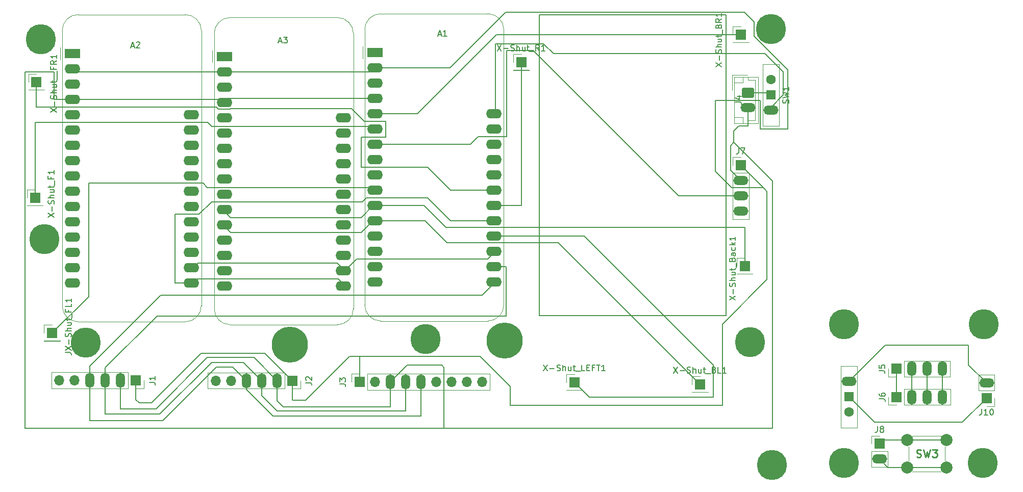
<source format=gbr>
%TF.GenerationSoftware,KiCad,Pcbnew,9.0.0*%
%TF.CreationDate,2025-04-18T00:05:44+02:00*%
%TF.ProjectId,Omni-X-II-PCB,4f6d6e69-2d58-42d4-9949-2d5043422e6b,rev?*%
%TF.SameCoordinates,Original*%
%TF.FileFunction,Copper,L2,Bot*%
%TF.FilePolarity,Positive*%
%FSLAX46Y46*%
G04 Gerber Fmt 4.6, Leading zero omitted, Abs format (unit mm)*
G04 Created by KiCad (PCBNEW 9.0.0) date 2025-04-18 00:05:44*
%MOMM*%
%LPD*%
G01*
G04 APERTURE LIST*
G04 Aperture macros list*
%AMRoundRect*
0 Rectangle with rounded corners*
0 $1 Rounding radius*
0 $2 $3 $4 $5 $6 $7 $8 $9 X,Y pos of 4 corners*
0 Add a 4 corners polygon primitive as box body*
4,1,4,$2,$3,$4,$5,$6,$7,$8,$9,$2,$3,0*
0 Add four circle primitives for the rounded corners*
1,1,$1+$1,$2,$3*
1,1,$1+$1,$4,$5*
1,1,$1+$1,$6,$7*
1,1,$1+$1,$8,$9*
0 Add four rect primitives between the rounded corners*
20,1,$1+$1,$2,$3,$4,$5,0*
20,1,$1+$1,$4,$5,$6,$7,0*
20,1,$1+$1,$6,$7,$8,$9,0*
20,1,$1+$1,$8,$9,$2,$3,0*%
G04 Aperture macros list end*
%TA.AperFunction,ComponentPad*%
%ADD10R,1.700000X1.700000*%
%TD*%
%TA.AperFunction,ComponentPad*%
%ADD11O,1.500000X2.500000*%
%TD*%
%TA.AperFunction,ComponentPad*%
%ADD12O,1.700000X1.700000*%
%TD*%
%TA.AperFunction,ComponentPad*%
%ADD13RoundRect,0.250000X-0.750000X0.600000X-0.750000X-0.600000X0.750000X-0.600000X0.750000X0.600000X0*%
%TD*%
%TA.AperFunction,ComponentPad*%
%ADD14O,2.500000X1.500000*%
%TD*%
%TA.AperFunction,ComponentPad*%
%ADD15RoundRect,0.250000X-1.050000X-0.550000X1.050000X-0.550000X1.050000X0.550000X-1.050000X0.550000X0*%
%TD*%
%TA.AperFunction,ComponentPad*%
%ADD16O,2.600000X1.600000*%
%TD*%
%TA.AperFunction,ComponentPad*%
%ADD17C,2.000000*%
%TD*%
%TA.AperFunction,ComponentPad*%
%ADD18R,1.500000X1.500000*%
%TD*%
%TA.AperFunction,ComponentPad*%
%ADD19C,1.600000*%
%TD*%
%TA.AperFunction,ViaPad*%
%ADD20C,5.000000*%
%TD*%
%TA.AperFunction,ViaPad*%
%ADD21C,6.000000*%
%TD*%
%TA.AperFunction,Conductor*%
%ADD22C,0.200000*%
%TD*%
%ADD23C,0.200000*%
%ADD24C,0.150000*%
%ADD25C,0.254000*%
%ADD26C,0.120000*%
%ADD27C,0.100000*%
%ADD28C,2.000000*%
G04 APERTURE END LIST*
D10*
%TO.P,X-Shut__FR1,1,Pin_1*%
%TO.N,/23*%
X73680000Y-62140000D03*
%TD*%
%TO.P,J2,1,Pin_1*%
%TO.N,/2*%
X116140000Y-111750000D03*
D11*
%TO.P,J2,2,Pin_2*%
%TO.N,/4*%
X113600000Y-111750000D03*
%TO.P,J2,3,Pin_3*%
%TO.N,/18*%
X111060000Y-111750000D03*
%TO.P,J2,4,Pin_4*%
%TO.N,/17*%
X108520000Y-111750000D03*
D12*
%TO.P,J2,5,Pin_5*%
%TO.N,unconnected-(J2-Pin_5-Pad5)*%
X105980000Y-111750000D03*
%TO.P,J2,6,Pin_6*%
%TO.N,unconnected-(J2-Pin_6-Pad6)*%
X103440000Y-111750000D03*
%TD*%
D13*
%TO.P,J4,1,Pin_1*%
%TO.N,Net-(J4-Pin_1)*%
X191750000Y-63900000D03*
D14*
%TO.P,J4,2,Pin_2*%
%TO.N,/4*%
X191750000Y-66400000D03*
%TD*%
D10*
%TO.P,J1,1,Pin_1*%
%TO.N,/2*%
X90180000Y-111700000D03*
D11*
%TO.P,J1,2,Pin_2*%
%TO.N,/4*%
X87640000Y-111700000D03*
%TO.P,J1,3,Pin_3*%
%TO.N,/18*%
X85100000Y-111700000D03*
%TO.P,J1,4,Pin_4*%
%TO.N,/17*%
X82560000Y-111700000D03*
D12*
%TO.P,J1,5,Pin_5*%
%TO.N,unconnected-(J1-Pin_5-Pad5)*%
X80020000Y-111700000D03*
%TO.P,J1,6,Pin_6*%
%TO.N,unconnected-(J1-Pin_6-Pad6)*%
X77480000Y-111700000D03*
%TD*%
D10*
%TO.P,X-Shut_F1,1,Pin_1*%
%TO.N,/6*%
X73440000Y-81360000D03*
%TD*%
%TO.P,J3,1,Pin_1*%
%TO.N,/2*%
X127310000Y-111960000D03*
D12*
%TO.P,J3,2,Pin_2*%
%TO.N,unconnected-(J3-Pin_2-Pad2)*%
X129850000Y-111960000D03*
D11*
%TO.P,J3,3,Pin_3*%
%TO.N,/4*%
X132390000Y-111960000D03*
%TO.P,J3,4,Pin_4*%
%TO.N,/18*%
X134930000Y-111960000D03*
%TO.P,J3,5,Pin_5*%
%TO.N,/17*%
X137470000Y-111960000D03*
D12*
%TO.P,J3,6,Pin_6*%
%TO.N,unconnected-(J3-Pin_6-Pad6)*%
X140010000Y-111960000D03*
%TO.P,J3,7,Pin_7*%
%TO.N,unconnected-(J3-Pin_7-Pad7)*%
X142550000Y-111960000D03*
%TO.P,J3,8,Pin_8*%
%TO.N,unconnected-(J3-Pin_8-Pad8)*%
X145090000Y-111960000D03*
%TO.P,J3,9,Pin_9*%
%TO.N,unconnected-(J3-Pin_9-Pad9)*%
X147630000Y-111960000D03*
%TD*%
D10*
%TO.P,X-Shut_BL1,1,Pin_1*%
%TO.N,/12*%
X183800000Y-112350000D03*
%TD*%
D15*
%TO.P,A1,1,~{RESET}*%
%TO.N,unconnected-(A1-~{RESET}-Pad1)*%
X129840000Y-57270000D03*
D16*
%TO.P,A1,2,3V3*%
%TO.N,/2*%
X129840000Y-59810000D03*
%TO.P,A1,3,NC*%
%TO.N,unconnected-(A1-NC-Pad3)*%
X129840000Y-62350000D03*
%TO.P,A1,4,GND*%
%TO.N,/4*%
X129840000Y-64890000D03*
%TO.P,A1,5,DAC2/A0*%
%TO.N,/5*%
X129840000Y-67430000D03*
%TO.P,A1,6,DAC1/A1*%
%TO.N,/6*%
X129840000Y-69970000D03*
%TO.P,A1,7,I34/A2*%
%TO.N,/7*%
X129840000Y-72510000D03*
%TO.P,A1,8,I39/A3*%
%TO.N,unconnected-(A1-I39{slash}A3-Pad8)*%
X129840000Y-75050000D03*
%TO.P,A1,9,IO36/A4*%
%TO.N,unconnected-(A1-IO36{slash}A4-Pad9)*%
X129840000Y-77590000D03*
%TO.P,A1,10,IO4/A5*%
%TO.N,/10*%
X129840000Y-80130000D03*
%TO.P,A1,11,SCK/IO5*%
%TO.N,/11*%
X129840000Y-82670000D03*
%TO.P,A1,12,MOSI/IO18*%
%TO.N,/12*%
X129840000Y-85210000D03*
%TO.P,A1,13,MISO/IO19*%
%TO.N,unconnected-(A1-MISO{slash}IO19-Pad13)*%
X129840000Y-87750000D03*
%TO.P,A1,14,RX/IO16*%
%TO.N,unconnected-(A1-RX{slash}IO16-Pad14)*%
X129840000Y-90290000D03*
%TO.P,A1,15,TX/IO17*%
%TO.N,unconnected-(A1-TX{slash}IO17-Pad15)*%
X129840000Y-92830000D03*
%TO.P,A1,16,IO21*%
%TO.N,unconnected-(A1-IO21-Pad16)*%
X129840000Y-95370000D03*
%TO.P,A1,17,SDA/IO23*%
%TO.N,/17*%
X149560000Y-95370000D03*
%TO.P,A1,18,SCL/IO22*%
%TO.N,/18*%
X149560000Y-92830000D03*
%TO.P,A1,19,A6/IO14*%
%TO.N,/14*%
X149560000Y-90290000D03*
%TO.P,A1,20,A7/IO32*%
%TO.N,/20*%
X149560000Y-87750000D03*
%TO.P,A1,21,A8/IO15*%
%TO.N,/15*%
X149560000Y-85210000D03*
%TO.P,A1,22,A9/IO33*%
%TO.N,/22*%
X149560000Y-82670000D03*
%TO.P,A1,23,A10/IO27*%
%TO.N,/23*%
X149560000Y-80130000D03*
%TO.P,A1,24,A11/IO12*%
%TO.N,unconnected-(A1-A11{slash}IO12-Pad24)*%
X149560000Y-77590000D03*
%TO.P,A1,25,A12/IO13*%
%TO.N,unconnected-(A1-A12{slash}IO13-Pad25)*%
X149560000Y-75050000D03*
%TO.P,A1,26,USB*%
%TO.N,unconnected-(A1-USB-Pad26)*%
X149560000Y-72510000D03*
%TO.P,A1,27,EN*%
%TO.N,unconnected-(A1-EN-Pad27)*%
X149560000Y-69970000D03*
%TO.P,A1,28,VBAT*%
%TO.N,/28*%
X149560000Y-67430000D03*
%TD*%
D10*
%TO.P,X-Shut_R1,1,Pin_1*%
%TO.N,/22*%
X154130000Y-58850000D03*
%TD*%
%TO.P,J7,1,Pin_1*%
%TO.N,/2*%
X190560000Y-75970000D03*
D14*
%TO.P,J7,2,Pin_2*%
%TO.N,/4*%
X190560000Y-78510000D03*
%TO.P,J7,3,Pin_3*%
%TO.N,/7*%
X190560000Y-81050000D03*
%TO.P,J7,4,Pin_4*%
%TO.N,unconnected-(J7-Pin_4-Pad4)*%
X190560000Y-83590000D03*
%TD*%
D15*
%TO.P,A2,1,~{RESET}*%
%TO.N,unconnected-(A2-~{RESET}-Pad1)*%
X79640000Y-57410000D03*
D16*
%TO.P,A2,2,3V3*%
%TO.N,/2*%
X79640000Y-59950000D03*
%TO.P,A2,3,AREF*%
%TO.N,unconnected-(A2-AREF-Pad3)*%
X79640000Y-62490000D03*
%TO.P,A2,4,GND*%
%TO.N,/4*%
X79640000Y-65030000D03*
%TO.P,A2,5,A0*%
%TO.N,unconnected-(A2-A0-Pad5)*%
X79640000Y-67570000D03*
%TO.P,A2,6,A1*%
%TO.N,unconnected-(A2-A1-Pad6)*%
X79640000Y-70110000D03*
%TO.P,A2,7,A2*%
%TO.N,unconnected-(A2-A2-Pad7)*%
X79640000Y-72650000D03*
%TO.P,A2,8,A3*%
%TO.N,unconnected-(A2-A3-Pad8)*%
X79640000Y-75190000D03*
%TO.P,A2,9,A4*%
%TO.N,unconnected-(A2-A4-Pad9)*%
X79640000Y-77730000D03*
%TO.P,A2,10,A5*%
%TO.N,unconnected-(A2-A5-Pad10)*%
X79640000Y-80270000D03*
%TO.P,A2,11,SCK*%
%TO.N,unconnected-(A2-SCK-Pad11)*%
X79640000Y-82810000D03*
%TO.P,A2,12,MOSI*%
%TO.N,unconnected-(A2-MOSI-Pad12)*%
X79640000Y-85350000D03*
%TO.P,A2,13,MISO*%
%TO.N,unconnected-(A2-MISO-Pad13)*%
X79640000Y-87890000D03*
%TO.P,A2,14,RX*%
%TO.N,unconnected-(A2-RX-Pad14)*%
X79640000Y-90430000D03*
%TO.P,A2,15,TX*%
%TO.N,unconnected-(A2-TX-Pad15)*%
X79640000Y-92970000D03*
%TO.P,A2,16,SPARE*%
%TO.N,unconnected-(A2-SPARE-Pad16)*%
X79640000Y-95510000D03*
%TO.P,A2,17,SDA*%
%TO.N,/15*%
X99360000Y-95510000D03*
%TO.P,A2,18,SCL*%
%TO.N,/14*%
X99360000Y-92970000D03*
%TO.P,A2,19,D0*%
%TO.N,unconnected-(A2-D0-Pad19)*%
X99360000Y-90430000D03*
%TO.P,A2,20,D1*%
%TO.N,unconnected-(A2-D1-Pad20)*%
X99360000Y-87890000D03*
%TO.P,A2,21,D2*%
%TO.N,unconnected-(A2-D2-Pad21)*%
X99360000Y-85350000D03*
%TO.P,A2,22,D3*%
%TO.N,unconnected-(A2-D3-Pad22)*%
X99360000Y-82810000D03*
%TO.P,A2,23,D4*%
%TO.N,unconnected-(A2-D4-Pad23)*%
X99360000Y-80270000D03*
%TO.P,A2,24,D5*%
%TO.N,unconnected-(A2-D5-Pad24)*%
X99360000Y-77730000D03*
%TO.P,A2,25,D6*%
%TO.N,unconnected-(A2-D6-Pad25)*%
X99360000Y-75190000D03*
%TO.P,A2,26,USB*%
%TO.N,unconnected-(A2-USB-Pad26)*%
X99360000Y-72650000D03*
%TO.P,A2,27,EN*%
%TO.N,unconnected-(A2-EN-Pad27)*%
X99360000Y-70110000D03*
%TO.P,A2,28,VBAT*%
%TO.N,unconnected-(A2-VBAT-Pad28)*%
X99360000Y-67570000D03*
%TD*%
D17*
%TO.P,SW3,1,1*%
%TO.N,Net-(J8-Pin_1)*%
X218190000Y-121640000D03*
%TO.P,SW3,2,2*%
X224690000Y-121640000D03*
%TO.P,SW3,3,K*%
%TO.N,Net-(J8-Pin_2)*%
X218190000Y-126140000D03*
%TO.P,SW3,4,A*%
X224690000Y-126140000D03*
%TD*%
D10*
%TO.P,X-Shut_Back1,1,Pin_1*%
%TO.N,/11*%
X191220000Y-92700000D03*
%TD*%
%TO.P,J6,1,Pin_1*%
%TO.N,/K1*%
X216395000Y-114450000D03*
D11*
%TO.P,J6,2,Pin_2*%
%TO.N,/K2*%
X218935000Y-114450000D03*
%TO.P,J6,3,Pin_3*%
%TO.N,/K3*%
X221475000Y-114450000D03*
%TO.P,J6,4,Pin_4*%
%TO.N,/K4*%
X224015000Y-114450000D03*
%TD*%
D10*
%TO.P,J10,1,Pin_1*%
%TO.N,Net-(J10-Pin_1)*%
X231345000Y-114660000D03*
D14*
%TO.P,J10,2,Pin_2*%
%TO.N,Net-(J10-Pin_2)*%
X231345000Y-112120000D03*
%TD*%
D10*
%TO.P,JX-Shut_FL1,1,Pin_1*%
%TO.N,/10*%
X76290000Y-103830000D03*
%TD*%
D18*
%TO.P,SW1,1,B*%
%TO.N,Net-(J4-Pin_1)*%
X195550000Y-64320000D03*
D19*
%TO.P,SW1,2,C*%
%TO.N,unconnected-(SW1-C-Pad2)*%
X195550000Y-61780000D03*
D14*
%TO.P,SW1,3,A*%
%TO.N,/28*%
X195550000Y-66860000D03*
%TD*%
D18*
%TO.P,SW2,1,B*%
%TO.N,Net-(J10-Pin_1)*%
X208495000Y-114430000D03*
D19*
%TO.P,SW2,2,C*%
%TO.N,unconnected-(SW2-C-Pad2)*%
X208495000Y-116970000D03*
D14*
%TO.P,SW2,3,A*%
%TO.N,Net-(J10-Pin_2)*%
X208495000Y-111890000D03*
%TD*%
D10*
%TO.P,X-Shut_BR1,1,Pin_1*%
%TO.N,/5*%
X190590000Y-54270000D03*
%TD*%
%TO.P,X-Shut_LEFT1,1,Pin_1*%
%TO.N,/20*%
X162960000Y-111990000D03*
%TD*%
D15*
%TO.P,A3,1,~{RESET}*%
%TO.N,unconnected-(A3-~{RESET}-Pad1)*%
X104870000Y-57900000D03*
D16*
%TO.P,A3,2,3V3*%
%TO.N,/2*%
X104870000Y-60440000D03*
%TO.P,A3,3,AREF*%
%TO.N,unconnected-(A3-AREF-Pad3)*%
X104870000Y-62980000D03*
%TO.P,A3,4,GND*%
%TO.N,/4*%
X104870000Y-65520000D03*
%TO.P,A3,5,A0*%
%TO.N,unconnected-(A3-A0-Pad5)*%
X104870000Y-68060000D03*
%TO.P,A3,6,A1*%
%TO.N,unconnected-(A3-A1-Pad6)*%
X104870000Y-70600000D03*
%TO.P,A3,7,A2*%
%TO.N,unconnected-(A3-A2-Pad7)*%
X104870000Y-73140000D03*
%TO.P,A3,8,A3*%
%TO.N,unconnected-(A3-A3-Pad8)*%
X104870000Y-75680000D03*
%TO.P,A3,9,A4*%
%TO.N,unconnected-(A3-A4-Pad9)*%
X104870000Y-78220000D03*
%TO.P,A3,10,A5*%
%TO.N,unconnected-(A3-A5-Pad10)*%
X104870000Y-80760000D03*
%TO.P,A3,11,SCK*%
%TO.N,/11*%
X104870000Y-83300000D03*
%TO.P,A3,12,MOSI*%
%TO.N,/12*%
X104870000Y-85840000D03*
%TO.P,A3,13,MISO*%
%TO.N,unconnected-(A3-MISO-Pad13)*%
X104870000Y-88380000D03*
%TO.P,A3,14,RX*%
%TO.N,unconnected-(A3-RX-Pad14)*%
X104870000Y-90920000D03*
%TO.P,A3,15,TX*%
%TO.N,unconnected-(A3-TX-Pad15)*%
X104870000Y-93460000D03*
%TO.P,A3,16,SPARE*%
%TO.N,unconnected-(A3-SPARE-Pad16)*%
X104870000Y-96000000D03*
%TO.P,A3,17,SDA*%
%TO.N,/15*%
X124590000Y-96000000D03*
%TO.P,A3,18,SCL*%
%TO.N,/14*%
X124590000Y-93460000D03*
%TO.P,A3,19,D0*%
%TO.N,unconnected-(A3-D0-Pad19)*%
X124590000Y-90920000D03*
%TO.P,A3,20,D1*%
%TO.N,unconnected-(A3-D1-Pad20)*%
X124590000Y-88380000D03*
%TO.P,A3,21,D2*%
%TO.N,unconnected-(A3-D2-Pad21)*%
X124590000Y-85840000D03*
%TO.P,A3,22,D3*%
%TO.N,unconnected-(A3-D3-Pad22)*%
X124590000Y-83300000D03*
%TO.P,A3,23,D4*%
%TO.N,unconnected-(A3-D4-Pad23)*%
X124590000Y-80760000D03*
%TO.P,A3,24,D5*%
%TO.N,unconnected-(A3-D5-Pad24)*%
X124590000Y-78220000D03*
%TO.P,A3,25,D6*%
%TO.N,unconnected-(A3-D6-Pad25)*%
X124590000Y-75680000D03*
%TO.P,A3,26,USB*%
%TO.N,unconnected-(A3-USB-Pad26)*%
X124590000Y-73140000D03*
%TO.P,A3,27,EN*%
%TO.N,unconnected-(A3-EN-Pad27)*%
X124590000Y-70600000D03*
%TO.P,A3,28,VBAT*%
%TO.N,unconnected-(A3-VBAT-Pad28)*%
X124590000Y-68060000D03*
%TD*%
D10*
%TO.P,J5,1,Pin_1*%
%TO.N,/K1*%
X216355000Y-109780000D03*
D11*
%TO.P,J5,2,Pin_2*%
%TO.N,/K2*%
X218895000Y-109780000D03*
%TO.P,J5,3,Pin_3*%
%TO.N,/K3*%
X221435000Y-109780000D03*
%TO.P,J5,4,Pin_4*%
%TO.N,/K4*%
X223975000Y-109780000D03*
%TD*%
D10*
%TO.P,J8,1,Pin_1*%
%TO.N,Net-(J8-Pin_1)*%
X213595000Y-122210000D03*
D14*
%TO.P,J8,2,Pin_2*%
%TO.N,Net-(J8-Pin_2)*%
X213595000Y-124750000D03*
%TD*%
D20*
%TO.N,*%
X192130000Y-105330000D03*
X207665000Y-125430000D03*
D21*
X115750000Y-105730000D03*
D20*
X195700000Y-125790000D03*
X230845000Y-102390000D03*
X74430000Y-55010000D03*
X74990000Y-88250000D03*
X138230000Y-104820000D03*
X81880000Y-105390000D03*
X207665000Y-102390000D03*
X230715000Y-125430000D03*
X195600000Y-53370000D03*
D21*
X151400000Y-105100000D03*
%TD*%
D22*
%TO.N,/14*%
X99660000Y-92970000D02*
X100450000Y-92180000D01*
X123610000Y-92180000D02*
X124890000Y-93460000D01*
X126800000Y-91550000D02*
X148600000Y-91550000D01*
X124890000Y-93460000D02*
X126800000Y-91550000D01*
X148600000Y-91550000D02*
X149860000Y-90290000D01*
X100450000Y-92180000D02*
X123610000Y-92180000D01*
%TO.N,/22*%
X149860000Y-82670000D02*
X154130000Y-82670000D01*
X154130000Y-82670000D02*
X154130000Y-58850000D01*
%TO.N,/12*%
X129540000Y-85210000D02*
X138190000Y-85210000D01*
X105890000Y-87160000D02*
X127590000Y-87160000D01*
X160301000Y-88851000D02*
X183800000Y-112350000D01*
X138190000Y-85210000D02*
X141831000Y-88851000D01*
X127590000Y-87160000D02*
X129540000Y-85210000D01*
X104570000Y-85840000D02*
X105890000Y-87160000D01*
X141831000Y-88851000D02*
X160301000Y-88851000D01*
%TO.N,/4*%
X190560000Y-78510000D02*
X188840000Y-76790000D01*
X189409000Y-70261000D02*
X190260000Y-69410000D01*
X113600000Y-111750000D02*
X113600000Y-115060000D01*
X104570000Y-65520000D02*
X105200000Y-64890000D01*
X113600000Y-115060000D02*
X114660000Y-116120000D01*
X188840000Y-72739000D02*
X189409000Y-72170000D01*
X87640000Y-111700000D02*
X87640000Y-116420000D01*
X189409000Y-72170000D02*
X189409000Y-70261000D01*
X79340000Y-65030000D02*
X104080000Y-65030000D01*
X93550000Y-116420000D02*
X102050000Y-107920000D01*
X71780000Y-60430000D02*
X71780000Y-119650000D01*
X191750000Y-69410000D02*
X191750000Y-66400000D01*
X141330000Y-119650000D02*
X142200000Y-119650000D01*
X132390000Y-111960000D02*
X135170000Y-109180000D01*
X190260000Y-69410000D02*
X191750000Y-69410000D01*
X188840000Y-76790000D02*
X188840000Y-72739000D01*
X141330000Y-109540000D02*
X141330000Y-119650000D01*
X195860000Y-119650000D02*
X195860000Y-78621000D01*
X140970000Y-109180000D02*
X141330000Y-109540000D01*
X142200000Y-119650000D02*
X195860000Y-119650000D01*
X104080000Y-65030000D02*
X104570000Y-65520000D01*
X109770000Y-107920000D02*
X113600000Y-111750000D01*
X132400000Y-116080000D02*
X132390000Y-116070000D01*
X132390000Y-116070000D02*
X132390000Y-111960000D01*
X195860000Y-78621000D02*
X189409000Y-72170000D01*
X135170000Y-109180000D02*
X140970000Y-109180000D01*
X71780000Y-119650000D02*
X141330000Y-119650000D01*
X87640000Y-116420000D02*
X93550000Y-116420000D01*
X76640000Y-60430000D02*
X71780000Y-60430000D01*
X114660000Y-116120000D02*
X132360000Y-116120000D01*
X76640000Y-65030000D02*
X76640000Y-60430000D01*
X105200000Y-64890000D02*
X129540000Y-64890000D01*
X132360000Y-116120000D02*
X132400000Y-116080000D01*
X79340000Y-65030000D02*
X76640000Y-65030000D01*
X102050000Y-107920000D02*
X109770000Y-107920000D01*
%TO.N,/20*%
X186010000Y-114500000D02*
X165470000Y-114500000D01*
X165470000Y-114500000D02*
X162960000Y-111990000D01*
X186010000Y-109180000D02*
X186010000Y-114500000D01*
X164580000Y-87750000D02*
X186010000Y-109180000D01*
X149860000Y-87750000D02*
X164580000Y-87750000D01*
%TO.N,/11*%
X141671000Y-86311000D02*
X138030000Y-82670000D01*
X127550000Y-84660000D02*
X129540000Y-82670000D01*
X191220000Y-86311000D02*
X141671000Y-86311000D01*
X104570000Y-83300000D02*
X105930000Y-84660000D01*
X191220000Y-92700000D02*
X191220000Y-86311000D01*
X138030000Y-82670000D02*
X129540000Y-82670000D01*
X105930000Y-84660000D02*
X127550000Y-84660000D01*
%TO.N,/6*%
X73440000Y-81360000D02*
X73440000Y-68880000D01*
X102739000Y-69499000D02*
X129069000Y-69499000D01*
X102120000Y-68880000D02*
X102739000Y-69499000D01*
X73440000Y-68880000D02*
X102120000Y-68880000D01*
X129069000Y-69499000D02*
X129540000Y-69970000D01*
%TO.N,/17*%
X82560000Y-111700000D02*
X82560000Y-118380000D01*
X147670000Y-97560000D02*
X149860000Y-95370000D01*
X112950000Y-117630000D02*
X137490000Y-117630000D01*
X137490000Y-117630000D02*
X137510000Y-117610000D01*
X108520000Y-113200000D02*
X112950000Y-117630000D01*
X82560000Y-111700000D02*
X82560000Y-109340000D01*
X82560000Y-118380000D02*
X94687058Y-118380000D01*
X94687058Y-118380000D02*
X103577058Y-109490000D01*
X108520000Y-111750000D02*
X108900000Y-111750000D01*
X103577058Y-109490000D02*
X106260000Y-109490000D01*
X108520000Y-111750000D02*
X108520000Y-113200000D01*
X137510000Y-117610000D02*
X137470000Y-117570000D01*
X137470000Y-117570000D02*
X137470000Y-111960000D01*
X106260000Y-109490000D02*
X108520000Y-111750000D01*
X82560000Y-109340000D02*
X94340000Y-97560000D01*
X94340000Y-97560000D02*
X147670000Y-97560000D01*
%TO.N,/23*%
X127580000Y-71270000D02*
X127580000Y-76310000D01*
X125990000Y-66590000D02*
X128050000Y-68650000D01*
X103913951Y-66621000D02*
X105826049Y-66621000D01*
X73680000Y-66270000D02*
X103562951Y-66270000D01*
X128050000Y-68650000D02*
X131680000Y-68650000D01*
X131680000Y-68650000D02*
X131680000Y-71270000D01*
X138610000Y-76310000D02*
X142430000Y-80130000D01*
X142430000Y-80130000D02*
X149860000Y-80130000D01*
X105857049Y-66590000D02*
X125990000Y-66590000D01*
X103562951Y-66270000D02*
X103913951Y-66621000D01*
X131680000Y-71270000D02*
X127580000Y-71270000D01*
X105826049Y-66621000D02*
X105857049Y-66590000D01*
X73680000Y-62140000D02*
X73680000Y-66270000D01*
X127580000Y-76310000D02*
X138610000Y-76310000D01*
%TO.N,/10*%
X82350000Y-97770000D02*
X82350000Y-78960000D01*
X129069000Y-79659000D02*
X129540000Y-80130000D01*
X101332000Y-78960000D02*
X102031000Y-79659000D01*
X76290000Y-103830000D02*
X82350000Y-97770000D01*
X102031000Y-79659000D02*
X129069000Y-79659000D01*
X82350000Y-78960000D02*
X101332000Y-78960000D01*
%TO.N,/28*%
X194587415Y-57450000D02*
X197590000Y-60452585D01*
X159500000Y-57450000D02*
X194587415Y-57450000D01*
X149860000Y-55800000D02*
X157850000Y-55800000D01*
X197590000Y-60452585D02*
X197590000Y-64320000D01*
X157850000Y-55800000D02*
X159500000Y-57450000D01*
X149860000Y-67430000D02*
X149860000Y-55800000D01*
X195550000Y-66360000D02*
X195550000Y-66860000D01*
X197590000Y-64320000D02*
X195550000Y-66360000D01*
%TO.N,/2*%
X198399000Y-69970000D02*
X193810000Y-69970000D01*
X194931000Y-80341000D02*
X194931000Y-94969000D01*
X128910000Y-60440000D02*
X129540000Y-59810000D01*
X189030000Y-79700000D02*
X194290000Y-79700000D01*
X194575000Y-79985000D02*
X194931000Y-80341000D01*
X92800000Y-115420000D02*
X100990000Y-107230000D01*
X187490000Y-115810000D02*
X152450000Y-115810000D01*
X152450000Y-115810000D02*
X152320000Y-115810000D01*
X192799000Y-52209787D02*
X192799000Y-54530213D01*
X187490000Y-102410000D02*
X187490000Y-115810000D01*
X194931000Y-94969000D02*
X187490000Y-102410000D01*
X193810000Y-69970000D02*
X193810000Y-65170000D01*
X90730000Y-115420000D02*
X92800000Y-115420000D01*
X116140000Y-111750000D02*
X116140000Y-114890000D01*
X152320000Y-112740000D02*
X152320000Y-115810000D01*
X100990000Y-107230000D02*
X111620000Y-107230000D01*
X193810000Y-65170000D02*
X186340000Y-65170000D01*
X104570000Y-60440000D02*
X128910000Y-60440000D01*
X198399000Y-60130213D02*
X198399000Y-69970000D01*
X129540000Y-59810000D02*
X142310000Y-59810000D01*
X194290000Y-79700000D02*
X194575000Y-79985000D01*
X186340000Y-77010000D02*
X189030000Y-79700000D01*
X125644314Y-107700000D02*
X127240000Y-107700000D01*
X79340000Y-59950000D02*
X79830000Y-60440000D01*
X111620000Y-107230000D02*
X116140000Y-111750000D01*
X147280000Y-107700000D02*
X152320000Y-112740000D01*
X191190213Y-50601000D02*
X192799000Y-52209787D01*
X151519000Y-50601000D02*
X191190213Y-50601000D01*
X118334314Y-115010000D02*
X125644314Y-107700000D01*
X192799000Y-54530213D02*
X198399000Y-60130213D01*
X142310000Y-59810000D02*
X151519000Y-50601000D01*
X90180000Y-114870000D02*
X90730000Y-115420000D01*
X116260000Y-115010000D02*
X118334314Y-115010000D01*
X127310000Y-111960000D02*
X127310000Y-107770000D01*
X127240000Y-107700000D02*
X147280000Y-107700000D01*
X186340000Y-65170000D02*
X186340000Y-77010000D01*
X90180000Y-111700000D02*
X90180000Y-114870000D01*
X116140000Y-114890000D02*
X116260000Y-115010000D01*
X190560000Y-75970000D02*
X194575000Y-79985000D01*
X127310000Y-107770000D02*
X127240000Y-107700000D01*
X79830000Y-60440000D02*
X104570000Y-60440000D01*
%TO.N,/18*%
X111060000Y-114225728D02*
X113624272Y-116790000D01*
X85100000Y-111700000D02*
X85100000Y-117320000D01*
X102800000Y-108700000D02*
X108010000Y-108700000D01*
X151630000Y-101011586D02*
X151630000Y-92830000D01*
X111060000Y-111750000D02*
X111060000Y-114225728D01*
X85100000Y-109590000D02*
X93678414Y-101011586D01*
X85100000Y-117320000D02*
X94180000Y-117320000D01*
X134980000Y-116800000D02*
X134930000Y-116750000D01*
X118770000Y-116790000D02*
X118780000Y-116800000D01*
X85100000Y-111700000D02*
X85100000Y-109590000D01*
X108010000Y-108700000D02*
X111060000Y-111750000D01*
X134930000Y-116750000D02*
X134930000Y-111960000D01*
X151630000Y-92830000D02*
X149860000Y-92830000D01*
X118780000Y-116800000D02*
X134980000Y-116800000D01*
X93678414Y-101011586D02*
X151630000Y-101011586D01*
X113624272Y-116790000D02*
X118770000Y-116790000D01*
X94180000Y-117320000D02*
X102800000Y-108700000D01*
%TO.N,/15*%
X99660000Y-95510000D02*
X96700000Y-95510000D01*
X100660000Y-84110000D02*
X102740000Y-82030000D01*
X128390000Y-81380000D02*
X138600000Y-81380000D01*
X127740000Y-82030000D02*
X128390000Y-81380000D01*
X99660000Y-95510000D02*
X100330000Y-94840000D01*
X142430000Y-85210000D02*
X149860000Y-85210000D01*
X102740000Y-82030000D02*
X127740000Y-82030000D01*
X100330000Y-94840000D02*
X123730000Y-94840000D01*
X138600000Y-81380000D02*
X142430000Y-85210000D01*
X96700000Y-84110000D02*
X100660000Y-84110000D01*
X96700000Y-95510000D02*
X96700000Y-84110000D01*
X123730000Y-94840000D02*
X124890000Y-96000000D01*
%TO.N,/7*%
X180250000Y-81050000D02*
X156090000Y-56890000D01*
X151710000Y-71260000D02*
X146950000Y-71260000D01*
X156090000Y-56890000D02*
X151710000Y-56890000D01*
X151710000Y-56890000D02*
X151710000Y-71260000D01*
X145700000Y-72510000D02*
X129540000Y-72510000D01*
X146950000Y-71260000D02*
X145700000Y-72510000D01*
X190560000Y-81050000D02*
X180250000Y-81050000D01*
%TO.N,/5*%
X136860000Y-67430000D02*
X150020000Y-54270000D01*
X150020000Y-54270000D02*
X190590000Y-54270000D01*
X129540000Y-67430000D02*
X136860000Y-67430000D01*
X190510000Y-54350000D02*
X190590000Y-54270000D01*
%TO.N,Net-(J4-Pin_1)*%
X194810000Y-63900000D02*
X191750000Y-63900000D01*
X191870000Y-63780000D02*
X191750000Y-63900000D01*
X195550000Y-64320000D02*
X195230000Y-64320000D01*
X195230000Y-64320000D02*
X194810000Y-63900000D01*
X195130000Y-63900000D02*
X195550000Y-64320000D01*
%TO.N,/K3*%
X221435000Y-114410000D02*
X221475000Y-114450000D01*
X221435000Y-109780000D02*
X221435000Y-114410000D01*
%TO.N,/K2*%
X218895000Y-114410000D02*
X218935000Y-114450000D01*
X218895000Y-109780000D02*
X218895000Y-114410000D01*
%TO.N,/K4*%
X223975000Y-109780000D02*
X223975000Y-114410000D01*
X223975000Y-114410000D02*
X224015000Y-114450000D01*
%TO.N,/K1*%
X216395000Y-109820000D02*
X216355000Y-109780000D01*
X216395000Y-114450000D02*
X216395000Y-109820000D01*
%TO.N,Net-(J8-Pin_1)*%
X214165000Y-121640000D02*
X213595000Y-122210000D01*
X224690000Y-121640000D02*
X218190000Y-121640000D01*
X218190000Y-121640000D02*
X214165000Y-121640000D01*
%TO.N,Net-(J8-Pin_2)*%
X218190000Y-126140000D02*
X224690000Y-126140000D01*
X213595000Y-124750000D02*
X214985000Y-126140000D01*
X214985000Y-126140000D02*
X218190000Y-126140000D01*
%TO.N,Net-(J10-Pin_2)*%
X228350000Y-109125000D02*
X231345000Y-112120000D01*
X214525000Y-105860000D02*
X228350000Y-105860000D01*
X208495000Y-111890000D02*
X214525000Y-105860000D01*
X228350000Y-105860000D02*
X228350000Y-109125000D01*
%TO.N,Net-(J10-Pin_1)*%
X227355000Y-118650000D02*
X212715000Y-118650000D01*
X212715000Y-118650000D02*
X208495000Y-114430000D01*
X231345000Y-114660000D02*
X227355000Y-118650000D01*
%TO.N,unconnected-(J3-Pin_9-Pad9)*%
X148330000Y-111820000D02*
X147280000Y-111820000D01*
%TD*%
D23*
X157150000Y-50970000D02*
X188150000Y-50970000D01*
X188150000Y-100970000D01*
X157150000Y-100970000D01*
X157150000Y-50970000D01*
D24*
X76044819Y-67175714D02*
X77044819Y-66509048D01*
X76044819Y-66509048D02*
X77044819Y-67175714D01*
X76663866Y-66128095D02*
X76663866Y-65366191D01*
X76997200Y-64937619D02*
X77044819Y-64794762D01*
X77044819Y-64794762D02*
X77044819Y-64556667D01*
X77044819Y-64556667D02*
X76997200Y-64461429D01*
X76997200Y-64461429D02*
X76949580Y-64413810D01*
X76949580Y-64413810D02*
X76854342Y-64366191D01*
X76854342Y-64366191D02*
X76759104Y-64366191D01*
X76759104Y-64366191D02*
X76663866Y-64413810D01*
X76663866Y-64413810D02*
X76616247Y-64461429D01*
X76616247Y-64461429D02*
X76568628Y-64556667D01*
X76568628Y-64556667D02*
X76521009Y-64747143D01*
X76521009Y-64747143D02*
X76473390Y-64842381D01*
X76473390Y-64842381D02*
X76425771Y-64890000D01*
X76425771Y-64890000D02*
X76330533Y-64937619D01*
X76330533Y-64937619D02*
X76235295Y-64937619D01*
X76235295Y-64937619D02*
X76140057Y-64890000D01*
X76140057Y-64890000D02*
X76092438Y-64842381D01*
X76092438Y-64842381D02*
X76044819Y-64747143D01*
X76044819Y-64747143D02*
X76044819Y-64509048D01*
X76044819Y-64509048D02*
X76092438Y-64366191D01*
X77044819Y-63937619D02*
X76044819Y-63937619D01*
X77044819Y-63509048D02*
X76521009Y-63509048D01*
X76521009Y-63509048D02*
X76425771Y-63556667D01*
X76425771Y-63556667D02*
X76378152Y-63651905D01*
X76378152Y-63651905D02*
X76378152Y-63794762D01*
X76378152Y-63794762D02*
X76425771Y-63890000D01*
X76425771Y-63890000D02*
X76473390Y-63937619D01*
X76378152Y-62604286D02*
X77044819Y-62604286D01*
X76378152Y-63032857D02*
X76901961Y-63032857D01*
X76901961Y-63032857D02*
X76997200Y-62985238D01*
X76997200Y-62985238D02*
X77044819Y-62890000D01*
X77044819Y-62890000D02*
X77044819Y-62747143D01*
X77044819Y-62747143D02*
X76997200Y-62651905D01*
X76997200Y-62651905D02*
X76949580Y-62604286D01*
X76378152Y-62270952D02*
X76378152Y-61890000D01*
X76044819Y-62128095D02*
X76901961Y-62128095D01*
X76901961Y-62128095D02*
X76997200Y-62080476D01*
X76997200Y-62080476D02*
X77044819Y-61985238D01*
X77044819Y-61985238D02*
X77044819Y-61890000D01*
X77140057Y-61794762D02*
X77140057Y-61032857D01*
X77140057Y-61032857D02*
X77140057Y-60270952D01*
X76521009Y-59699523D02*
X76521009Y-60032856D01*
X77044819Y-60032856D02*
X76044819Y-60032856D01*
X76044819Y-60032856D02*
X76044819Y-59556666D01*
X77044819Y-58604285D02*
X76568628Y-58937618D01*
X77044819Y-59175713D02*
X76044819Y-59175713D01*
X76044819Y-59175713D02*
X76044819Y-58794761D01*
X76044819Y-58794761D02*
X76092438Y-58699523D01*
X76092438Y-58699523D02*
X76140057Y-58651904D01*
X76140057Y-58651904D02*
X76235295Y-58604285D01*
X76235295Y-58604285D02*
X76378152Y-58604285D01*
X76378152Y-58604285D02*
X76473390Y-58651904D01*
X76473390Y-58651904D02*
X76521009Y-58699523D01*
X76521009Y-58699523D02*
X76568628Y-58794761D01*
X76568628Y-58794761D02*
X76568628Y-59175713D01*
X77044819Y-57651904D02*
X77044819Y-58223332D01*
X77044819Y-57937618D02*
X76044819Y-57937618D01*
X76044819Y-57937618D02*
X76187676Y-58032856D01*
X76187676Y-58032856D02*
X76282914Y-58128094D01*
X76282914Y-58128094D02*
X76330533Y-58223332D01*
X118364819Y-112083333D02*
X119079104Y-112083333D01*
X119079104Y-112083333D02*
X119221961Y-112130952D01*
X119221961Y-112130952D02*
X119317200Y-112226190D01*
X119317200Y-112226190D02*
X119364819Y-112369047D01*
X119364819Y-112369047D02*
X119364819Y-112464285D01*
X118460057Y-111654761D02*
X118412438Y-111607142D01*
X118412438Y-111607142D02*
X118364819Y-111511904D01*
X118364819Y-111511904D02*
X118364819Y-111273809D01*
X118364819Y-111273809D02*
X118412438Y-111178571D01*
X118412438Y-111178571D02*
X118460057Y-111130952D01*
X118460057Y-111130952D02*
X118555295Y-111083333D01*
X118555295Y-111083333D02*
X118650533Y-111083333D01*
X118650533Y-111083333D02*
X118793390Y-111130952D01*
X118793390Y-111130952D02*
X119364819Y-111702380D01*
X119364819Y-111702380D02*
X119364819Y-111083333D01*
X189654819Y-65433333D02*
X190369104Y-65433333D01*
X190369104Y-65433333D02*
X190511961Y-65480952D01*
X190511961Y-65480952D02*
X190607200Y-65576190D01*
X190607200Y-65576190D02*
X190654819Y-65719047D01*
X190654819Y-65719047D02*
X190654819Y-65814285D01*
X189988152Y-64528571D02*
X190654819Y-64528571D01*
X189607200Y-64766666D02*
X190321485Y-65004761D01*
X190321485Y-65004761D02*
X190321485Y-64385714D01*
X92404819Y-112033333D02*
X93119104Y-112033333D01*
X93119104Y-112033333D02*
X93261961Y-112080952D01*
X93261961Y-112080952D02*
X93357200Y-112176190D01*
X93357200Y-112176190D02*
X93404819Y-112319047D01*
X93404819Y-112319047D02*
X93404819Y-112414285D01*
X93404819Y-111033333D02*
X93404819Y-111604761D01*
X93404819Y-111319047D02*
X92404819Y-111319047D01*
X92404819Y-111319047D02*
X92547676Y-111414285D01*
X92547676Y-111414285D02*
X92642914Y-111509523D01*
X92642914Y-111509523D02*
X92690533Y-111604761D01*
X75634819Y-84614761D02*
X76634819Y-83948095D01*
X75634819Y-83948095D02*
X76634819Y-84614761D01*
X76253866Y-83567142D02*
X76253866Y-82805238D01*
X76587200Y-82376666D02*
X76634819Y-82233809D01*
X76634819Y-82233809D02*
X76634819Y-81995714D01*
X76634819Y-81995714D02*
X76587200Y-81900476D01*
X76587200Y-81900476D02*
X76539580Y-81852857D01*
X76539580Y-81852857D02*
X76444342Y-81805238D01*
X76444342Y-81805238D02*
X76349104Y-81805238D01*
X76349104Y-81805238D02*
X76253866Y-81852857D01*
X76253866Y-81852857D02*
X76206247Y-81900476D01*
X76206247Y-81900476D02*
X76158628Y-81995714D01*
X76158628Y-81995714D02*
X76111009Y-82186190D01*
X76111009Y-82186190D02*
X76063390Y-82281428D01*
X76063390Y-82281428D02*
X76015771Y-82329047D01*
X76015771Y-82329047D02*
X75920533Y-82376666D01*
X75920533Y-82376666D02*
X75825295Y-82376666D01*
X75825295Y-82376666D02*
X75730057Y-82329047D01*
X75730057Y-82329047D02*
X75682438Y-82281428D01*
X75682438Y-82281428D02*
X75634819Y-82186190D01*
X75634819Y-82186190D02*
X75634819Y-81948095D01*
X75634819Y-81948095D02*
X75682438Y-81805238D01*
X76634819Y-81376666D02*
X75634819Y-81376666D01*
X76634819Y-80948095D02*
X76111009Y-80948095D01*
X76111009Y-80948095D02*
X76015771Y-80995714D01*
X76015771Y-80995714D02*
X75968152Y-81090952D01*
X75968152Y-81090952D02*
X75968152Y-81233809D01*
X75968152Y-81233809D02*
X76015771Y-81329047D01*
X76015771Y-81329047D02*
X76063390Y-81376666D01*
X75968152Y-80043333D02*
X76634819Y-80043333D01*
X75968152Y-80471904D02*
X76491961Y-80471904D01*
X76491961Y-80471904D02*
X76587200Y-80424285D01*
X76587200Y-80424285D02*
X76634819Y-80329047D01*
X76634819Y-80329047D02*
X76634819Y-80186190D01*
X76634819Y-80186190D02*
X76587200Y-80090952D01*
X76587200Y-80090952D02*
X76539580Y-80043333D01*
X75968152Y-79709999D02*
X75968152Y-79329047D01*
X75634819Y-79567142D02*
X76491961Y-79567142D01*
X76491961Y-79567142D02*
X76587200Y-79519523D01*
X76587200Y-79519523D02*
X76634819Y-79424285D01*
X76634819Y-79424285D02*
X76634819Y-79329047D01*
X76730057Y-79233809D02*
X76730057Y-78471904D01*
X76111009Y-77900475D02*
X76111009Y-78233808D01*
X76634819Y-78233808D02*
X75634819Y-78233808D01*
X75634819Y-78233808D02*
X75634819Y-77757618D01*
X76634819Y-76852856D02*
X76634819Y-77424284D01*
X76634819Y-77138570D02*
X75634819Y-77138570D01*
X75634819Y-77138570D02*
X75777676Y-77233808D01*
X75777676Y-77233808D02*
X75872914Y-77329046D01*
X75872914Y-77329046D02*
X75920533Y-77424284D01*
X123994819Y-112293333D02*
X124709104Y-112293333D01*
X124709104Y-112293333D02*
X124851961Y-112340952D01*
X124851961Y-112340952D02*
X124947200Y-112436190D01*
X124947200Y-112436190D02*
X124994819Y-112579047D01*
X124994819Y-112579047D02*
X124994819Y-112674285D01*
X123994819Y-111912380D02*
X123994819Y-111293333D01*
X123994819Y-111293333D02*
X124375771Y-111626666D01*
X124375771Y-111626666D02*
X124375771Y-111483809D01*
X124375771Y-111483809D02*
X124423390Y-111388571D01*
X124423390Y-111388571D02*
X124471009Y-111340952D01*
X124471009Y-111340952D02*
X124566247Y-111293333D01*
X124566247Y-111293333D02*
X124804342Y-111293333D01*
X124804342Y-111293333D02*
X124899580Y-111340952D01*
X124899580Y-111340952D02*
X124947200Y-111388571D01*
X124947200Y-111388571D02*
X124994819Y-111483809D01*
X124994819Y-111483809D02*
X124994819Y-111769523D01*
X124994819Y-111769523D02*
X124947200Y-111864761D01*
X124947200Y-111864761D02*
X124899580Y-111912380D01*
X179419047Y-109474819D02*
X180085713Y-110474819D01*
X180085713Y-109474819D02*
X179419047Y-110474819D01*
X180466666Y-110093866D02*
X181228571Y-110093866D01*
X181657142Y-110427200D02*
X181799999Y-110474819D01*
X181799999Y-110474819D02*
X182038094Y-110474819D01*
X182038094Y-110474819D02*
X182133332Y-110427200D01*
X182133332Y-110427200D02*
X182180951Y-110379580D01*
X182180951Y-110379580D02*
X182228570Y-110284342D01*
X182228570Y-110284342D02*
X182228570Y-110189104D01*
X182228570Y-110189104D02*
X182180951Y-110093866D01*
X182180951Y-110093866D02*
X182133332Y-110046247D01*
X182133332Y-110046247D02*
X182038094Y-109998628D01*
X182038094Y-109998628D02*
X181847618Y-109951009D01*
X181847618Y-109951009D02*
X181752380Y-109903390D01*
X181752380Y-109903390D02*
X181704761Y-109855771D01*
X181704761Y-109855771D02*
X181657142Y-109760533D01*
X181657142Y-109760533D02*
X181657142Y-109665295D01*
X181657142Y-109665295D02*
X181704761Y-109570057D01*
X181704761Y-109570057D02*
X181752380Y-109522438D01*
X181752380Y-109522438D02*
X181847618Y-109474819D01*
X181847618Y-109474819D02*
X182085713Y-109474819D01*
X182085713Y-109474819D02*
X182228570Y-109522438D01*
X182657142Y-110474819D02*
X182657142Y-109474819D01*
X183085713Y-110474819D02*
X183085713Y-109951009D01*
X183085713Y-109951009D02*
X183038094Y-109855771D01*
X183038094Y-109855771D02*
X182942856Y-109808152D01*
X182942856Y-109808152D02*
X182799999Y-109808152D01*
X182799999Y-109808152D02*
X182704761Y-109855771D01*
X182704761Y-109855771D02*
X182657142Y-109903390D01*
X183990475Y-109808152D02*
X183990475Y-110474819D01*
X183561904Y-109808152D02*
X183561904Y-110331961D01*
X183561904Y-110331961D02*
X183609523Y-110427200D01*
X183609523Y-110427200D02*
X183704761Y-110474819D01*
X183704761Y-110474819D02*
X183847618Y-110474819D01*
X183847618Y-110474819D02*
X183942856Y-110427200D01*
X183942856Y-110427200D02*
X183990475Y-110379580D01*
X184323809Y-109808152D02*
X184704761Y-109808152D01*
X184466666Y-109474819D02*
X184466666Y-110331961D01*
X184466666Y-110331961D02*
X184514285Y-110427200D01*
X184514285Y-110427200D02*
X184609523Y-110474819D01*
X184609523Y-110474819D02*
X184704761Y-110474819D01*
X184800000Y-110570057D02*
X185561904Y-110570057D01*
X186133333Y-109951009D02*
X186276190Y-109998628D01*
X186276190Y-109998628D02*
X186323809Y-110046247D01*
X186323809Y-110046247D02*
X186371428Y-110141485D01*
X186371428Y-110141485D02*
X186371428Y-110284342D01*
X186371428Y-110284342D02*
X186323809Y-110379580D01*
X186323809Y-110379580D02*
X186276190Y-110427200D01*
X186276190Y-110427200D02*
X186180952Y-110474819D01*
X186180952Y-110474819D02*
X185800000Y-110474819D01*
X185800000Y-110474819D02*
X185800000Y-109474819D01*
X185800000Y-109474819D02*
X186133333Y-109474819D01*
X186133333Y-109474819D02*
X186228571Y-109522438D01*
X186228571Y-109522438D02*
X186276190Y-109570057D01*
X186276190Y-109570057D02*
X186323809Y-109665295D01*
X186323809Y-109665295D02*
X186323809Y-109760533D01*
X186323809Y-109760533D02*
X186276190Y-109855771D01*
X186276190Y-109855771D02*
X186228571Y-109903390D01*
X186228571Y-109903390D02*
X186133333Y-109951009D01*
X186133333Y-109951009D02*
X185800000Y-109951009D01*
X187276190Y-110474819D02*
X186800000Y-110474819D01*
X186800000Y-110474819D02*
X186800000Y-109474819D01*
X188133333Y-110474819D02*
X187561905Y-110474819D01*
X187847619Y-110474819D02*
X187847619Y-109474819D01*
X187847619Y-109474819D02*
X187752381Y-109617676D01*
X187752381Y-109617676D02*
X187657143Y-109712914D01*
X187657143Y-109712914D02*
X187561905Y-109760533D01*
X140355714Y-54249104D02*
X140831904Y-54249104D01*
X140260476Y-54534819D02*
X140593809Y-53534819D01*
X140593809Y-53534819D02*
X140927142Y-54534819D01*
X141784285Y-54534819D02*
X141212857Y-54534819D01*
X141498571Y-54534819D02*
X141498571Y-53534819D01*
X141498571Y-53534819D02*
X141403333Y-53677676D01*
X141403333Y-53677676D02*
X141308095Y-53772914D01*
X141308095Y-53772914D02*
X141212857Y-53820533D01*
X150153809Y-55974819D02*
X150820475Y-56974819D01*
X150820475Y-55974819D02*
X150153809Y-56974819D01*
X151201428Y-56593866D02*
X151963333Y-56593866D01*
X152391904Y-56927200D02*
X152534761Y-56974819D01*
X152534761Y-56974819D02*
X152772856Y-56974819D01*
X152772856Y-56974819D02*
X152868094Y-56927200D01*
X152868094Y-56927200D02*
X152915713Y-56879580D01*
X152915713Y-56879580D02*
X152963332Y-56784342D01*
X152963332Y-56784342D02*
X152963332Y-56689104D01*
X152963332Y-56689104D02*
X152915713Y-56593866D01*
X152915713Y-56593866D02*
X152868094Y-56546247D01*
X152868094Y-56546247D02*
X152772856Y-56498628D01*
X152772856Y-56498628D02*
X152582380Y-56451009D01*
X152582380Y-56451009D02*
X152487142Y-56403390D01*
X152487142Y-56403390D02*
X152439523Y-56355771D01*
X152439523Y-56355771D02*
X152391904Y-56260533D01*
X152391904Y-56260533D02*
X152391904Y-56165295D01*
X152391904Y-56165295D02*
X152439523Y-56070057D01*
X152439523Y-56070057D02*
X152487142Y-56022438D01*
X152487142Y-56022438D02*
X152582380Y-55974819D01*
X152582380Y-55974819D02*
X152820475Y-55974819D01*
X152820475Y-55974819D02*
X152963332Y-56022438D01*
X153391904Y-56974819D02*
X153391904Y-55974819D01*
X153820475Y-56974819D02*
X153820475Y-56451009D01*
X153820475Y-56451009D02*
X153772856Y-56355771D01*
X153772856Y-56355771D02*
X153677618Y-56308152D01*
X153677618Y-56308152D02*
X153534761Y-56308152D01*
X153534761Y-56308152D02*
X153439523Y-56355771D01*
X153439523Y-56355771D02*
X153391904Y-56403390D01*
X154725237Y-56308152D02*
X154725237Y-56974819D01*
X154296666Y-56308152D02*
X154296666Y-56831961D01*
X154296666Y-56831961D02*
X154344285Y-56927200D01*
X154344285Y-56927200D02*
X154439523Y-56974819D01*
X154439523Y-56974819D02*
X154582380Y-56974819D01*
X154582380Y-56974819D02*
X154677618Y-56927200D01*
X154677618Y-56927200D02*
X154725237Y-56879580D01*
X155058571Y-56308152D02*
X155439523Y-56308152D01*
X155201428Y-55974819D02*
X155201428Y-56831961D01*
X155201428Y-56831961D02*
X155249047Y-56927200D01*
X155249047Y-56927200D02*
X155344285Y-56974819D01*
X155344285Y-56974819D02*
X155439523Y-56974819D01*
X155534762Y-57070057D02*
X156296666Y-57070057D01*
X157106190Y-56974819D02*
X156772857Y-56498628D01*
X156534762Y-56974819D02*
X156534762Y-55974819D01*
X156534762Y-55974819D02*
X156915714Y-55974819D01*
X156915714Y-55974819D02*
X157010952Y-56022438D01*
X157010952Y-56022438D02*
X157058571Y-56070057D01*
X157058571Y-56070057D02*
X157106190Y-56165295D01*
X157106190Y-56165295D02*
X157106190Y-56308152D01*
X157106190Y-56308152D02*
X157058571Y-56403390D01*
X157058571Y-56403390D02*
X157010952Y-56451009D01*
X157010952Y-56451009D02*
X156915714Y-56498628D01*
X156915714Y-56498628D02*
X156534762Y-56498628D01*
X158058571Y-56974819D02*
X157487143Y-56974819D01*
X157772857Y-56974819D02*
X157772857Y-55974819D01*
X157772857Y-55974819D02*
X157677619Y-56117676D01*
X157677619Y-56117676D02*
X157582381Y-56212914D01*
X157582381Y-56212914D02*
X157487143Y-56260533D01*
X190226666Y-73094819D02*
X190226666Y-73809104D01*
X190226666Y-73809104D02*
X190179047Y-73951961D01*
X190179047Y-73951961D02*
X190083809Y-74047200D01*
X190083809Y-74047200D02*
X189940952Y-74094819D01*
X189940952Y-74094819D02*
X189845714Y-74094819D01*
X190607619Y-73094819D02*
X191274285Y-73094819D01*
X191274285Y-73094819D02*
X190845714Y-74094819D01*
X89395714Y-56199104D02*
X89871904Y-56199104D01*
X89300476Y-56484819D02*
X89633809Y-55484819D01*
X89633809Y-55484819D02*
X89967142Y-56484819D01*
X90252857Y-55580057D02*
X90300476Y-55532438D01*
X90300476Y-55532438D02*
X90395714Y-55484819D01*
X90395714Y-55484819D02*
X90633809Y-55484819D01*
X90633809Y-55484819D02*
X90729047Y-55532438D01*
X90729047Y-55532438D02*
X90776666Y-55580057D01*
X90776666Y-55580057D02*
X90824285Y-55675295D01*
X90824285Y-55675295D02*
X90824285Y-55770533D01*
X90824285Y-55770533D02*
X90776666Y-55913390D01*
X90776666Y-55913390D02*
X90205238Y-56484819D01*
X90205238Y-56484819D02*
X90824285Y-56484819D01*
D25*
X219746666Y-124403842D02*
X219928095Y-124464318D01*
X219928095Y-124464318D02*
X220230476Y-124464318D01*
X220230476Y-124464318D02*
X220351428Y-124403842D01*
X220351428Y-124403842D02*
X220411904Y-124343365D01*
X220411904Y-124343365D02*
X220472381Y-124222413D01*
X220472381Y-124222413D02*
X220472381Y-124101461D01*
X220472381Y-124101461D02*
X220411904Y-123980508D01*
X220411904Y-123980508D02*
X220351428Y-123920032D01*
X220351428Y-123920032D02*
X220230476Y-123859556D01*
X220230476Y-123859556D02*
X219988571Y-123799080D01*
X219988571Y-123799080D02*
X219867619Y-123738603D01*
X219867619Y-123738603D02*
X219807142Y-123678127D01*
X219807142Y-123678127D02*
X219746666Y-123557175D01*
X219746666Y-123557175D02*
X219746666Y-123436222D01*
X219746666Y-123436222D02*
X219807142Y-123315270D01*
X219807142Y-123315270D02*
X219867619Y-123254794D01*
X219867619Y-123254794D02*
X219988571Y-123194318D01*
X219988571Y-123194318D02*
X220290952Y-123194318D01*
X220290952Y-123194318D02*
X220472381Y-123254794D01*
X220895714Y-123194318D02*
X221198095Y-124464318D01*
X221198095Y-124464318D02*
X221440000Y-123557175D01*
X221440000Y-123557175D02*
X221681905Y-124464318D01*
X221681905Y-124464318D02*
X221984286Y-123194318D01*
X222347143Y-123194318D02*
X223133334Y-123194318D01*
X223133334Y-123194318D02*
X222710000Y-123678127D01*
X222710000Y-123678127D02*
X222891429Y-123678127D01*
X222891429Y-123678127D02*
X223012381Y-123738603D01*
X223012381Y-123738603D02*
X223072857Y-123799080D01*
X223072857Y-123799080D02*
X223133334Y-123920032D01*
X223133334Y-123920032D02*
X223133334Y-124222413D01*
X223133334Y-124222413D02*
X223072857Y-124343365D01*
X223072857Y-124343365D02*
X223012381Y-124403842D01*
X223012381Y-124403842D02*
X222891429Y-124464318D01*
X222891429Y-124464318D02*
X222528572Y-124464318D01*
X222528572Y-124464318D02*
X222407619Y-124403842D01*
X222407619Y-124403842D02*
X222347143Y-124343365D01*
D24*
X188674819Y-98351904D02*
X189674819Y-97685238D01*
X188674819Y-97685238D02*
X189674819Y-98351904D01*
X189293866Y-97304285D02*
X189293866Y-96542381D01*
X189627200Y-96113809D02*
X189674819Y-95970952D01*
X189674819Y-95970952D02*
X189674819Y-95732857D01*
X189674819Y-95732857D02*
X189627200Y-95637619D01*
X189627200Y-95637619D02*
X189579580Y-95590000D01*
X189579580Y-95590000D02*
X189484342Y-95542381D01*
X189484342Y-95542381D02*
X189389104Y-95542381D01*
X189389104Y-95542381D02*
X189293866Y-95590000D01*
X189293866Y-95590000D02*
X189246247Y-95637619D01*
X189246247Y-95637619D02*
X189198628Y-95732857D01*
X189198628Y-95732857D02*
X189151009Y-95923333D01*
X189151009Y-95923333D02*
X189103390Y-96018571D01*
X189103390Y-96018571D02*
X189055771Y-96066190D01*
X189055771Y-96066190D02*
X188960533Y-96113809D01*
X188960533Y-96113809D02*
X188865295Y-96113809D01*
X188865295Y-96113809D02*
X188770057Y-96066190D01*
X188770057Y-96066190D02*
X188722438Y-96018571D01*
X188722438Y-96018571D02*
X188674819Y-95923333D01*
X188674819Y-95923333D02*
X188674819Y-95685238D01*
X188674819Y-95685238D02*
X188722438Y-95542381D01*
X189674819Y-95113809D02*
X188674819Y-95113809D01*
X189674819Y-94685238D02*
X189151009Y-94685238D01*
X189151009Y-94685238D02*
X189055771Y-94732857D01*
X189055771Y-94732857D02*
X189008152Y-94828095D01*
X189008152Y-94828095D02*
X189008152Y-94970952D01*
X189008152Y-94970952D02*
X189055771Y-95066190D01*
X189055771Y-95066190D02*
X189103390Y-95113809D01*
X189008152Y-93780476D02*
X189674819Y-93780476D01*
X189008152Y-94209047D02*
X189531961Y-94209047D01*
X189531961Y-94209047D02*
X189627200Y-94161428D01*
X189627200Y-94161428D02*
X189674819Y-94066190D01*
X189674819Y-94066190D02*
X189674819Y-93923333D01*
X189674819Y-93923333D02*
X189627200Y-93828095D01*
X189627200Y-93828095D02*
X189579580Y-93780476D01*
X189008152Y-93447142D02*
X189008152Y-93066190D01*
X188674819Y-93304285D02*
X189531961Y-93304285D01*
X189531961Y-93304285D02*
X189627200Y-93256666D01*
X189627200Y-93256666D02*
X189674819Y-93161428D01*
X189674819Y-93161428D02*
X189674819Y-93066190D01*
X189770057Y-92970952D02*
X189770057Y-92209047D01*
X189151009Y-91637618D02*
X189198628Y-91494761D01*
X189198628Y-91494761D02*
X189246247Y-91447142D01*
X189246247Y-91447142D02*
X189341485Y-91399523D01*
X189341485Y-91399523D02*
X189484342Y-91399523D01*
X189484342Y-91399523D02*
X189579580Y-91447142D01*
X189579580Y-91447142D02*
X189627200Y-91494761D01*
X189627200Y-91494761D02*
X189674819Y-91589999D01*
X189674819Y-91589999D02*
X189674819Y-91970951D01*
X189674819Y-91970951D02*
X188674819Y-91970951D01*
X188674819Y-91970951D02*
X188674819Y-91637618D01*
X188674819Y-91637618D02*
X188722438Y-91542380D01*
X188722438Y-91542380D02*
X188770057Y-91494761D01*
X188770057Y-91494761D02*
X188865295Y-91447142D01*
X188865295Y-91447142D02*
X188960533Y-91447142D01*
X188960533Y-91447142D02*
X189055771Y-91494761D01*
X189055771Y-91494761D02*
X189103390Y-91542380D01*
X189103390Y-91542380D02*
X189151009Y-91637618D01*
X189151009Y-91637618D02*
X189151009Y-91970951D01*
X189674819Y-90542380D02*
X189151009Y-90542380D01*
X189151009Y-90542380D02*
X189055771Y-90589999D01*
X189055771Y-90589999D02*
X189008152Y-90685237D01*
X189008152Y-90685237D02*
X189008152Y-90875713D01*
X189008152Y-90875713D02*
X189055771Y-90970951D01*
X189627200Y-90542380D02*
X189674819Y-90637618D01*
X189674819Y-90637618D02*
X189674819Y-90875713D01*
X189674819Y-90875713D02*
X189627200Y-90970951D01*
X189627200Y-90970951D02*
X189531961Y-91018570D01*
X189531961Y-91018570D02*
X189436723Y-91018570D01*
X189436723Y-91018570D02*
X189341485Y-90970951D01*
X189341485Y-90970951D02*
X189293866Y-90875713D01*
X189293866Y-90875713D02*
X189293866Y-90637618D01*
X189293866Y-90637618D02*
X189246247Y-90542380D01*
X189627200Y-89637618D02*
X189674819Y-89732856D01*
X189674819Y-89732856D02*
X189674819Y-89923332D01*
X189674819Y-89923332D02*
X189627200Y-90018570D01*
X189627200Y-90018570D02*
X189579580Y-90066189D01*
X189579580Y-90066189D02*
X189484342Y-90113808D01*
X189484342Y-90113808D02*
X189198628Y-90113808D01*
X189198628Y-90113808D02*
X189103390Y-90066189D01*
X189103390Y-90066189D02*
X189055771Y-90018570D01*
X189055771Y-90018570D02*
X189008152Y-89923332D01*
X189008152Y-89923332D02*
X189008152Y-89732856D01*
X189008152Y-89732856D02*
X189055771Y-89637618D01*
X189674819Y-89209046D02*
X188674819Y-89209046D01*
X189293866Y-89113808D02*
X189674819Y-88828094D01*
X189008152Y-88828094D02*
X189389104Y-89209046D01*
X189674819Y-87875713D02*
X189674819Y-88447141D01*
X189674819Y-88161427D02*
X188674819Y-88161427D01*
X188674819Y-88161427D02*
X188817676Y-88256665D01*
X188817676Y-88256665D02*
X188912914Y-88351903D01*
X188912914Y-88351903D02*
X188960533Y-88447141D01*
X213519819Y-114783333D02*
X214234104Y-114783333D01*
X214234104Y-114783333D02*
X214376961Y-114830952D01*
X214376961Y-114830952D02*
X214472200Y-114926190D01*
X214472200Y-114926190D02*
X214519819Y-115069047D01*
X214519819Y-115069047D02*
X214519819Y-115164285D01*
X213519819Y-113878571D02*
X213519819Y-114069047D01*
X213519819Y-114069047D02*
X213567438Y-114164285D01*
X213567438Y-114164285D02*
X213615057Y-114211904D01*
X213615057Y-114211904D02*
X213757914Y-114307142D01*
X213757914Y-114307142D02*
X213948390Y-114354761D01*
X213948390Y-114354761D02*
X214329342Y-114354761D01*
X214329342Y-114354761D02*
X214424580Y-114307142D01*
X214424580Y-114307142D02*
X214472200Y-114259523D01*
X214472200Y-114259523D02*
X214519819Y-114164285D01*
X214519819Y-114164285D02*
X214519819Y-113973809D01*
X214519819Y-113973809D02*
X214472200Y-113878571D01*
X214472200Y-113878571D02*
X214424580Y-113830952D01*
X214424580Y-113830952D02*
X214329342Y-113783333D01*
X214329342Y-113783333D02*
X214091247Y-113783333D01*
X214091247Y-113783333D02*
X213996009Y-113830952D01*
X213996009Y-113830952D02*
X213948390Y-113878571D01*
X213948390Y-113878571D02*
X213900771Y-113973809D01*
X213900771Y-113973809D02*
X213900771Y-114164285D01*
X213900771Y-114164285D02*
X213948390Y-114259523D01*
X213948390Y-114259523D02*
X213996009Y-114307142D01*
X213996009Y-114307142D02*
X214091247Y-114354761D01*
X230535476Y-116444819D02*
X230535476Y-117159104D01*
X230535476Y-117159104D02*
X230487857Y-117301961D01*
X230487857Y-117301961D02*
X230392619Y-117397200D01*
X230392619Y-117397200D02*
X230249762Y-117444819D01*
X230249762Y-117444819D02*
X230154524Y-117444819D01*
X231535476Y-117444819D02*
X230964048Y-117444819D01*
X231249762Y-117444819D02*
X231249762Y-116444819D01*
X231249762Y-116444819D02*
X231154524Y-116587676D01*
X231154524Y-116587676D02*
X231059286Y-116682914D01*
X231059286Y-116682914D02*
X230964048Y-116730533D01*
X232154524Y-116444819D02*
X232249762Y-116444819D01*
X232249762Y-116444819D02*
X232345000Y-116492438D01*
X232345000Y-116492438D02*
X232392619Y-116540057D01*
X232392619Y-116540057D02*
X232440238Y-116635295D01*
X232440238Y-116635295D02*
X232487857Y-116825771D01*
X232487857Y-116825771D02*
X232487857Y-117063866D01*
X232487857Y-117063866D02*
X232440238Y-117254342D01*
X232440238Y-117254342D02*
X232392619Y-117349580D01*
X232392619Y-117349580D02*
X232345000Y-117397200D01*
X232345000Y-117397200D02*
X232249762Y-117444819D01*
X232249762Y-117444819D02*
X232154524Y-117444819D01*
X232154524Y-117444819D02*
X232059286Y-117397200D01*
X232059286Y-117397200D02*
X232011667Y-117349580D01*
X232011667Y-117349580D02*
X231964048Y-117254342D01*
X231964048Y-117254342D02*
X231916429Y-117063866D01*
X231916429Y-117063866D02*
X231916429Y-116825771D01*
X231916429Y-116825771D02*
X231964048Y-116635295D01*
X231964048Y-116635295D02*
X232011667Y-116540057D01*
X232011667Y-116540057D02*
X232059286Y-116492438D01*
X232059286Y-116492438D02*
X232154524Y-116444819D01*
X78464819Y-107069524D02*
X79179104Y-107069524D01*
X79179104Y-107069524D02*
X79321961Y-107117143D01*
X79321961Y-107117143D02*
X79417200Y-107212381D01*
X79417200Y-107212381D02*
X79464819Y-107355238D01*
X79464819Y-107355238D02*
X79464819Y-107450476D01*
X78464819Y-106688571D02*
X79464819Y-106021905D01*
X78464819Y-106021905D02*
X79464819Y-106688571D01*
X79083866Y-105640952D02*
X79083866Y-104879048D01*
X79417200Y-104450476D02*
X79464819Y-104307619D01*
X79464819Y-104307619D02*
X79464819Y-104069524D01*
X79464819Y-104069524D02*
X79417200Y-103974286D01*
X79417200Y-103974286D02*
X79369580Y-103926667D01*
X79369580Y-103926667D02*
X79274342Y-103879048D01*
X79274342Y-103879048D02*
X79179104Y-103879048D01*
X79179104Y-103879048D02*
X79083866Y-103926667D01*
X79083866Y-103926667D02*
X79036247Y-103974286D01*
X79036247Y-103974286D02*
X78988628Y-104069524D01*
X78988628Y-104069524D02*
X78941009Y-104260000D01*
X78941009Y-104260000D02*
X78893390Y-104355238D01*
X78893390Y-104355238D02*
X78845771Y-104402857D01*
X78845771Y-104402857D02*
X78750533Y-104450476D01*
X78750533Y-104450476D02*
X78655295Y-104450476D01*
X78655295Y-104450476D02*
X78560057Y-104402857D01*
X78560057Y-104402857D02*
X78512438Y-104355238D01*
X78512438Y-104355238D02*
X78464819Y-104260000D01*
X78464819Y-104260000D02*
X78464819Y-104021905D01*
X78464819Y-104021905D02*
X78512438Y-103879048D01*
X79464819Y-103450476D02*
X78464819Y-103450476D01*
X79464819Y-103021905D02*
X78941009Y-103021905D01*
X78941009Y-103021905D02*
X78845771Y-103069524D01*
X78845771Y-103069524D02*
X78798152Y-103164762D01*
X78798152Y-103164762D02*
X78798152Y-103307619D01*
X78798152Y-103307619D02*
X78845771Y-103402857D01*
X78845771Y-103402857D02*
X78893390Y-103450476D01*
X78798152Y-102117143D02*
X79464819Y-102117143D01*
X78798152Y-102545714D02*
X79321961Y-102545714D01*
X79321961Y-102545714D02*
X79417200Y-102498095D01*
X79417200Y-102498095D02*
X79464819Y-102402857D01*
X79464819Y-102402857D02*
X79464819Y-102260000D01*
X79464819Y-102260000D02*
X79417200Y-102164762D01*
X79417200Y-102164762D02*
X79369580Y-102117143D01*
X78798152Y-101783809D02*
X78798152Y-101402857D01*
X78464819Y-101640952D02*
X79321961Y-101640952D01*
X79321961Y-101640952D02*
X79417200Y-101593333D01*
X79417200Y-101593333D02*
X79464819Y-101498095D01*
X79464819Y-101498095D02*
X79464819Y-101402857D01*
X79560057Y-101307619D02*
X79560057Y-100545714D01*
X78941009Y-99974285D02*
X78941009Y-100307618D01*
X79464819Y-100307618D02*
X78464819Y-100307618D01*
X78464819Y-100307618D02*
X78464819Y-99831428D01*
X79464819Y-98974285D02*
X79464819Y-99450475D01*
X79464819Y-99450475D02*
X78464819Y-99450475D01*
X79464819Y-98117142D02*
X79464819Y-98688570D01*
X79464819Y-98402856D02*
X78464819Y-98402856D01*
X78464819Y-98402856D02*
X78607676Y-98498094D01*
X78607676Y-98498094D02*
X78702914Y-98593332D01*
X78702914Y-98593332D02*
X78750533Y-98688570D01*
X198497200Y-65653332D02*
X198544819Y-65510475D01*
X198544819Y-65510475D02*
X198544819Y-65272380D01*
X198544819Y-65272380D02*
X198497200Y-65177142D01*
X198497200Y-65177142D02*
X198449580Y-65129523D01*
X198449580Y-65129523D02*
X198354342Y-65081904D01*
X198354342Y-65081904D02*
X198259104Y-65081904D01*
X198259104Y-65081904D02*
X198163866Y-65129523D01*
X198163866Y-65129523D02*
X198116247Y-65177142D01*
X198116247Y-65177142D02*
X198068628Y-65272380D01*
X198068628Y-65272380D02*
X198021009Y-65462856D01*
X198021009Y-65462856D02*
X197973390Y-65558094D01*
X197973390Y-65558094D02*
X197925771Y-65605713D01*
X197925771Y-65605713D02*
X197830533Y-65653332D01*
X197830533Y-65653332D02*
X197735295Y-65653332D01*
X197735295Y-65653332D02*
X197640057Y-65605713D01*
X197640057Y-65605713D02*
X197592438Y-65558094D01*
X197592438Y-65558094D02*
X197544819Y-65462856D01*
X197544819Y-65462856D02*
X197544819Y-65224761D01*
X197544819Y-65224761D02*
X197592438Y-65081904D01*
X197544819Y-64748570D02*
X198544819Y-64510475D01*
X198544819Y-64510475D02*
X197830533Y-64319999D01*
X197830533Y-64319999D02*
X198544819Y-64129523D01*
X198544819Y-64129523D02*
X197544819Y-63891428D01*
X198544819Y-62986666D02*
X198544819Y-63558094D01*
X198544819Y-63272380D02*
X197544819Y-63272380D01*
X197544819Y-63272380D02*
X197687676Y-63367618D01*
X197687676Y-63367618D02*
X197782914Y-63462856D01*
X197782914Y-63462856D02*
X197830533Y-63558094D01*
X186394819Y-59596190D02*
X187394819Y-58929524D01*
X186394819Y-58929524D02*
X187394819Y-59596190D01*
X187013866Y-58548571D02*
X187013866Y-57786667D01*
X187347200Y-57358095D02*
X187394819Y-57215238D01*
X187394819Y-57215238D02*
X187394819Y-56977143D01*
X187394819Y-56977143D02*
X187347200Y-56881905D01*
X187347200Y-56881905D02*
X187299580Y-56834286D01*
X187299580Y-56834286D02*
X187204342Y-56786667D01*
X187204342Y-56786667D02*
X187109104Y-56786667D01*
X187109104Y-56786667D02*
X187013866Y-56834286D01*
X187013866Y-56834286D02*
X186966247Y-56881905D01*
X186966247Y-56881905D02*
X186918628Y-56977143D01*
X186918628Y-56977143D02*
X186871009Y-57167619D01*
X186871009Y-57167619D02*
X186823390Y-57262857D01*
X186823390Y-57262857D02*
X186775771Y-57310476D01*
X186775771Y-57310476D02*
X186680533Y-57358095D01*
X186680533Y-57358095D02*
X186585295Y-57358095D01*
X186585295Y-57358095D02*
X186490057Y-57310476D01*
X186490057Y-57310476D02*
X186442438Y-57262857D01*
X186442438Y-57262857D02*
X186394819Y-57167619D01*
X186394819Y-57167619D02*
X186394819Y-56929524D01*
X186394819Y-56929524D02*
X186442438Y-56786667D01*
X187394819Y-56358095D02*
X186394819Y-56358095D01*
X187394819Y-55929524D02*
X186871009Y-55929524D01*
X186871009Y-55929524D02*
X186775771Y-55977143D01*
X186775771Y-55977143D02*
X186728152Y-56072381D01*
X186728152Y-56072381D02*
X186728152Y-56215238D01*
X186728152Y-56215238D02*
X186775771Y-56310476D01*
X186775771Y-56310476D02*
X186823390Y-56358095D01*
X186728152Y-55024762D02*
X187394819Y-55024762D01*
X186728152Y-55453333D02*
X187251961Y-55453333D01*
X187251961Y-55453333D02*
X187347200Y-55405714D01*
X187347200Y-55405714D02*
X187394819Y-55310476D01*
X187394819Y-55310476D02*
X187394819Y-55167619D01*
X187394819Y-55167619D02*
X187347200Y-55072381D01*
X187347200Y-55072381D02*
X187299580Y-55024762D01*
X186728152Y-54691428D02*
X186728152Y-54310476D01*
X186394819Y-54548571D02*
X187251961Y-54548571D01*
X187251961Y-54548571D02*
X187347200Y-54500952D01*
X187347200Y-54500952D02*
X187394819Y-54405714D01*
X187394819Y-54405714D02*
X187394819Y-54310476D01*
X187490057Y-54215238D02*
X187490057Y-53453333D01*
X186871009Y-52881904D02*
X186918628Y-52739047D01*
X186918628Y-52739047D02*
X186966247Y-52691428D01*
X186966247Y-52691428D02*
X187061485Y-52643809D01*
X187061485Y-52643809D02*
X187204342Y-52643809D01*
X187204342Y-52643809D02*
X187299580Y-52691428D01*
X187299580Y-52691428D02*
X187347200Y-52739047D01*
X187347200Y-52739047D02*
X187394819Y-52834285D01*
X187394819Y-52834285D02*
X187394819Y-53215237D01*
X187394819Y-53215237D02*
X186394819Y-53215237D01*
X186394819Y-53215237D02*
X186394819Y-52881904D01*
X186394819Y-52881904D02*
X186442438Y-52786666D01*
X186442438Y-52786666D02*
X186490057Y-52739047D01*
X186490057Y-52739047D02*
X186585295Y-52691428D01*
X186585295Y-52691428D02*
X186680533Y-52691428D01*
X186680533Y-52691428D02*
X186775771Y-52739047D01*
X186775771Y-52739047D02*
X186823390Y-52786666D01*
X186823390Y-52786666D02*
X186871009Y-52881904D01*
X186871009Y-52881904D02*
X186871009Y-53215237D01*
X187394819Y-51643809D02*
X186918628Y-51977142D01*
X187394819Y-52215237D02*
X186394819Y-52215237D01*
X186394819Y-52215237D02*
X186394819Y-51834285D01*
X186394819Y-51834285D02*
X186442438Y-51739047D01*
X186442438Y-51739047D02*
X186490057Y-51691428D01*
X186490057Y-51691428D02*
X186585295Y-51643809D01*
X186585295Y-51643809D02*
X186728152Y-51643809D01*
X186728152Y-51643809D02*
X186823390Y-51691428D01*
X186823390Y-51691428D02*
X186871009Y-51739047D01*
X186871009Y-51739047D02*
X186918628Y-51834285D01*
X186918628Y-51834285D02*
X186918628Y-52215237D01*
X187394819Y-50691428D02*
X187394819Y-51262856D01*
X187394819Y-50977142D02*
X186394819Y-50977142D01*
X186394819Y-50977142D02*
X186537676Y-51072380D01*
X186537676Y-51072380D02*
X186632914Y-51167618D01*
X186632914Y-51167618D02*
X186680533Y-51262856D01*
X157817142Y-109114819D02*
X158483808Y-110114819D01*
X158483808Y-109114819D02*
X157817142Y-110114819D01*
X158864761Y-109733866D02*
X159626666Y-109733866D01*
X160055237Y-110067200D02*
X160198094Y-110114819D01*
X160198094Y-110114819D02*
X160436189Y-110114819D01*
X160436189Y-110114819D02*
X160531427Y-110067200D01*
X160531427Y-110067200D02*
X160579046Y-110019580D01*
X160579046Y-110019580D02*
X160626665Y-109924342D01*
X160626665Y-109924342D02*
X160626665Y-109829104D01*
X160626665Y-109829104D02*
X160579046Y-109733866D01*
X160579046Y-109733866D02*
X160531427Y-109686247D01*
X160531427Y-109686247D02*
X160436189Y-109638628D01*
X160436189Y-109638628D02*
X160245713Y-109591009D01*
X160245713Y-109591009D02*
X160150475Y-109543390D01*
X160150475Y-109543390D02*
X160102856Y-109495771D01*
X160102856Y-109495771D02*
X160055237Y-109400533D01*
X160055237Y-109400533D02*
X160055237Y-109305295D01*
X160055237Y-109305295D02*
X160102856Y-109210057D01*
X160102856Y-109210057D02*
X160150475Y-109162438D01*
X160150475Y-109162438D02*
X160245713Y-109114819D01*
X160245713Y-109114819D02*
X160483808Y-109114819D01*
X160483808Y-109114819D02*
X160626665Y-109162438D01*
X161055237Y-110114819D02*
X161055237Y-109114819D01*
X161483808Y-110114819D02*
X161483808Y-109591009D01*
X161483808Y-109591009D02*
X161436189Y-109495771D01*
X161436189Y-109495771D02*
X161340951Y-109448152D01*
X161340951Y-109448152D02*
X161198094Y-109448152D01*
X161198094Y-109448152D02*
X161102856Y-109495771D01*
X161102856Y-109495771D02*
X161055237Y-109543390D01*
X162388570Y-109448152D02*
X162388570Y-110114819D01*
X161959999Y-109448152D02*
X161959999Y-109971961D01*
X161959999Y-109971961D02*
X162007618Y-110067200D01*
X162007618Y-110067200D02*
X162102856Y-110114819D01*
X162102856Y-110114819D02*
X162245713Y-110114819D01*
X162245713Y-110114819D02*
X162340951Y-110067200D01*
X162340951Y-110067200D02*
X162388570Y-110019580D01*
X162721904Y-109448152D02*
X163102856Y-109448152D01*
X162864761Y-109114819D02*
X162864761Y-109971961D01*
X162864761Y-109971961D02*
X162912380Y-110067200D01*
X162912380Y-110067200D02*
X163007618Y-110114819D01*
X163007618Y-110114819D02*
X163102856Y-110114819D01*
X163198095Y-110210057D02*
X163959999Y-110210057D01*
X164674285Y-110114819D02*
X164198095Y-110114819D01*
X164198095Y-110114819D02*
X164198095Y-109114819D01*
X165007619Y-109591009D02*
X165340952Y-109591009D01*
X165483809Y-110114819D02*
X165007619Y-110114819D01*
X165007619Y-110114819D02*
X165007619Y-109114819D01*
X165007619Y-109114819D02*
X165483809Y-109114819D01*
X166245714Y-109591009D02*
X165912381Y-109591009D01*
X165912381Y-110114819D02*
X165912381Y-109114819D01*
X165912381Y-109114819D02*
X166388571Y-109114819D01*
X166626667Y-109114819D02*
X167198095Y-109114819D01*
X166912381Y-110114819D02*
X166912381Y-109114819D01*
X168055238Y-110114819D02*
X167483810Y-110114819D01*
X167769524Y-110114819D02*
X167769524Y-109114819D01*
X167769524Y-109114819D02*
X167674286Y-109257676D01*
X167674286Y-109257676D02*
X167579048Y-109352914D01*
X167579048Y-109352914D02*
X167483810Y-109400533D01*
X113885714Y-55389104D02*
X114361904Y-55389104D01*
X113790476Y-55674819D02*
X114123809Y-54674819D01*
X114123809Y-54674819D02*
X114457142Y-55674819D01*
X114695238Y-54674819D02*
X115314285Y-54674819D01*
X115314285Y-54674819D02*
X114980952Y-55055771D01*
X114980952Y-55055771D02*
X115123809Y-55055771D01*
X115123809Y-55055771D02*
X115219047Y-55103390D01*
X115219047Y-55103390D02*
X115266666Y-55151009D01*
X115266666Y-55151009D02*
X115314285Y-55246247D01*
X115314285Y-55246247D02*
X115314285Y-55484342D01*
X115314285Y-55484342D02*
X115266666Y-55579580D01*
X115266666Y-55579580D02*
X115219047Y-55627200D01*
X115219047Y-55627200D02*
X115123809Y-55674819D01*
X115123809Y-55674819D02*
X114838095Y-55674819D01*
X114838095Y-55674819D02*
X114742857Y-55627200D01*
X114742857Y-55627200D02*
X114695238Y-55579580D01*
X213479819Y-110113333D02*
X214194104Y-110113333D01*
X214194104Y-110113333D02*
X214336961Y-110160952D01*
X214336961Y-110160952D02*
X214432200Y-110256190D01*
X214432200Y-110256190D02*
X214479819Y-110399047D01*
X214479819Y-110399047D02*
X214479819Y-110494285D01*
X213479819Y-109160952D02*
X213479819Y-109637142D01*
X213479819Y-109637142D02*
X213956009Y-109684761D01*
X213956009Y-109684761D02*
X213908390Y-109637142D01*
X213908390Y-109637142D02*
X213860771Y-109541904D01*
X213860771Y-109541904D02*
X213860771Y-109303809D01*
X213860771Y-109303809D02*
X213908390Y-109208571D01*
X213908390Y-109208571D02*
X213956009Y-109160952D01*
X213956009Y-109160952D02*
X214051247Y-109113333D01*
X214051247Y-109113333D02*
X214289342Y-109113333D01*
X214289342Y-109113333D02*
X214384580Y-109160952D01*
X214384580Y-109160952D02*
X214432200Y-109208571D01*
X214432200Y-109208571D02*
X214479819Y-109303809D01*
X214479819Y-109303809D02*
X214479819Y-109541904D01*
X214479819Y-109541904D02*
X214432200Y-109637142D01*
X214432200Y-109637142D02*
X214384580Y-109684761D01*
X213261666Y-119334819D02*
X213261666Y-120049104D01*
X213261666Y-120049104D02*
X213214047Y-120191961D01*
X213214047Y-120191961D02*
X213118809Y-120287200D01*
X213118809Y-120287200D02*
X212975952Y-120334819D01*
X212975952Y-120334819D02*
X212880714Y-120334819D01*
X213880714Y-119763390D02*
X213785476Y-119715771D01*
X213785476Y-119715771D02*
X213737857Y-119668152D01*
X213737857Y-119668152D02*
X213690238Y-119572914D01*
X213690238Y-119572914D02*
X213690238Y-119525295D01*
X213690238Y-119525295D02*
X213737857Y-119430057D01*
X213737857Y-119430057D02*
X213785476Y-119382438D01*
X213785476Y-119382438D02*
X213880714Y-119334819D01*
X213880714Y-119334819D02*
X214071190Y-119334819D01*
X214071190Y-119334819D02*
X214166428Y-119382438D01*
X214166428Y-119382438D02*
X214214047Y-119430057D01*
X214214047Y-119430057D02*
X214261666Y-119525295D01*
X214261666Y-119525295D02*
X214261666Y-119572914D01*
X214261666Y-119572914D02*
X214214047Y-119668152D01*
X214214047Y-119668152D02*
X214166428Y-119715771D01*
X214166428Y-119715771D02*
X214071190Y-119763390D01*
X214071190Y-119763390D02*
X213880714Y-119763390D01*
X213880714Y-119763390D02*
X213785476Y-119811009D01*
X213785476Y-119811009D02*
X213737857Y-119858628D01*
X213737857Y-119858628D02*
X213690238Y-119953866D01*
X213690238Y-119953866D02*
X213690238Y-120144342D01*
X213690238Y-120144342D02*
X213737857Y-120239580D01*
X213737857Y-120239580D02*
X213785476Y-120287200D01*
X213785476Y-120287200D02*
X213880714Y-120334819D01*
X213880714Y-120334819D02*
X214071190Y-120334819D01*
X214071190Y-120334819D02*
X214166428Y-120287200D01*
X214166428Y-120287200D02*
X214214047Y-120239580D01*
X214214047Y-120239580D02*
X214261666Y-120144342D01*
X214261666Y-120144342D02*
X214261666Y-119953866D01*
X214261666Y-119953866D02*
X214214047Y-119858628D01*
X214214047Y-119858628D02*
X214166428Y-119811009D01*
X214166428Y-119811009D02*
X214071190Y-119763390D01*
D26*
%TO.C,X-Shut__FR1*%
X72350000Y-60810000D02*
X73680000Y-60810000D01*
X72350000Y-62140000D02*
X72350000Y-60810000D01*
X72350000Y-63410000D02*
X72350000Y-63470000D01*
X72350000Y-63410000D02*
X75010000Y-63410000D01*
X72350000Y-63470000D02*
X75010000Y-63470000D01*
X75010000Y-63410000D02*
X75010000Y-63470000D01*
%TO.C,J2*%
X102110000Y-110420000D02*
X102110000Y-113080000D01*
X114870000Y-110420000D02*
X102110000Y-110420000D01*
X114870000Y-110420000D02*
X114870000Y-113080000D01*
X114870000Y-113080000D02*
X102110000Y-113080000D01*
X117470000Y-111750000D02*
X117470000Y-113080000D01*
X117470000Y-113080000D02*
X116140000Y-113080000D01*
%TO.C,J4*%
X189140000Y-60990000D02*
X189140000Y-63490000D01*
X189440000Y-61290000D02*
X189440000Y-69010000D01*
X189440000Y-69010000D02*
X193460000Y-69010000D01*
X190940000Y-61290000D02*
X190940000Y-62290000D01*
X190940000Y-62290000D02*
X189440000Y-62290000D01*
X190940000Y-68010000D02*
X189440000Y-68010000D01*
X190940000Y-69010000D02*
X190940000Y-68010000D01*
X191640000Y-60990000D02*
X189140000Y-60990000D01*
X191750000Y-61290000D02*
X191750000Y-61790000D01*
X191750000Y-61790000D02*
X192960000Y-61790000D01*
X191750000Y-68510000D02*
X191750000Y-69010000D01*
X192960000Y-61790000D02*
X192960000Y-68510000D01*
X192960000Y-68510000D02*
X191750000Y-68510000D01*
X193460000Y-61290000D02*
X189440000Y-61290000D01*
X193460000Y-69010000D02*
X193460000Y-61290000D01*
%TO.C,J1*%
X76150000Y-110370000D02*
X76150000Y-113030000D01*
X88910000Y-110370000D02*
X76150000Y-110370000D01*
X88910000Y-110370000D02*
X88910000Y-113030000D01*
X88910000Y-113030000D02*
X76150000Y-113030000D01*
X91510000Y-111700000D02*
X91510000Y-113030000D01*
X91510000Y-113030000D02*
X90180000Y-113030000D01*
%TO.C,X-Shut_F1*%
X72110000Y-80030000D02*
X73440000Y-80030000D01*
X72110000Y-81360000D02*
X72110000Y-80030000D01*
X72110000Y-82630000D02*
X72110000Y-82690000D01*
X72110000Y-82630000D02*
X74770000Y-82630000D01*
X72110000Y-82690000D02*
X74770000Y-82690000D01*
X74770000Y-82630000D02*
X74770000Y-82690000D01*
%TO.C,J3*%
X125980000Y-110630000D02*
X127310000Y-110630000D01*
X125980000Y-111960000D02*
X125980000Y-110630000D01*
X128580000Y-110630000D02*
X148960000Y-110630000D01*
X128580000Y-113290000D02*
X128580000Y-110630000D01*
X128580000Y-113290000D02*
X148960000Y-113290000D01*
X148960000Y-113290000D02*
X148960000Y-110630000D01*
%TO.C,X-Shut_BL1*%
X182470000Y-111020000D02*
X183800000Y-111020000D01*
X182470000Y-112350000D02*
X182470000Y-111020000D01*
X182470000Y-113620000D02*
X182470000Y-113680000D01*
X182470000Y-113620000D02*
X185130000Y-113620000D01*
X182470000Y-113680000D02*
X185130000Y-113680000D01*
X185130000Y-113620000D02*
X185130000Y-113680000D01*
%TO.C,A1*%
X127840000Y-58270000D02*
X127840000Y-56270000D01*
X128160000Y-53460000D02*
X128160000Y-99180000D01*
X148590000Y-50810000D02*
X130810000Y-50810000D01*
X148590000Y-101830000D02*
X130810000Y-101830000D01*
X151240000Y-53460000D02*
X151240000Y-99180000D01*
X128160000Y-53460000D02*
G75*
G02*
X130810000Y-50810000I2650000J0D01*
G01*
X130810000Y-101830000D02*
G75*
G02*
X128160000Y-99180000I0J2650000D01*
G01*
X148590000Y-50810000D02*
G75*
G02*
X151240000Y-53460000I0J-2650000D01*
G01*
X151240000Y-99180000D02*
G75*
G02*
X148590000Y-101830000I-2650000J0D01*
G01*
%TO.C,X-Shut_R1*%
X152800000Y-57520000D02*
X154130000Y-57520000D01*
X152800000Y-58850000D02*
X152800000Y-57520000D01*
X152800000Y-60120000D02*
X152800000Y-60180000D01*
X152800000Y-60120000D02*
X155460000Y-60120000D01*
X152800000Y-60180000D02*
X155460000Y-60180000D01*
X155460000Y-60120000D02*
X155460000Y-60180000D01*
%TO.C,J7*%
X189230000Y-74640000D02*
X190560000Y-74640000D01*
X189230000Y-75970000D02*
X189230000Y-74640000D01*
X189230000Y-77240000D02*
X189230000Y-84920000D01*
X189230000Y-77240000D02*
X191890000Y-77240000D01*
X189230000Y-84920000D02*
X191890000Y-84920000D01*
X191890000Y-77240000D02*
X191890000Y-84920000D01*
%TO.C,A2*%
X77640000Y-58410000D02*
X77640000Y-56410000D01*
X77960000Y-53600000D02*
X77960000Y-99320000D01*
X98390000Y-50950000D02*
X80610000Y-50950000D01*
X98390000Y-101970000D02*
X80610000Y-101970000D01*
X101040000Y-53600000D02*
X101040000Y-99320000D01*
X77960000Y-53600000D02*
G75*
G02*
X80610000Y-50950000I2650000J0D01*
G01*
X80610000Y-101970000D02*
G75*
G02*
X77960000Y-99320000I0J2650000D01*
G01*
X98390000Y-50950000D02*
G75*
G02*
X101040000Y-53600000I0J-2650000D01*
G01*
X101040000Y-99320000D02*
G75*
G02*
X98390000Y-101970000I-2650000J0D01*
G01*
D27*
%TO.C,SW3*%
X216990000Y-121540000D02*
X216990000Y-121540000D01*
X216990000Y-121640000D02*
X216990000Y-121640000D01*
X218440000Y-122690000D02*
X218440000Y-125090000D01*
X219040000Y-120890000D02*
X223840000Y-120890000D01*
X219040000Y-126890000D02*
X223840000Y-126890000D01*
X224440000Y-122690000D02*
X224440000Y-125090000D01*
X216990000Y-121540000D02*
G75*
G02*
X216990000Y-121640000I0J-50000D01*
G01*
X216990000Y-121640000D02*
G75*
G02*
X216990000Y-121540000I0J50000D01*
G01*
D26*
%TO.C,X-Shut_Back1*%
X189890000Y-91370000D02*
X191220000Y-91370000D01*
X189890000Y-92700000D02*
X189890000Y-91370000D01*
X189890000Y-93970000D02*
X189890000Y-94030000D01*
X189890000Y-93970000D02*
X192550000Y-93970000D01*
X189890000Y-94030000D02*
X192550000Y-94030000D01*
X192550000Y-93970000D02*
X192550000Y-94030000D01*
%TO.C,J6*%
X215065000Y-115780000D02*
X215065000Y-114450000D01*
X216395000Y-115780000D02*
X215065000Y-115780000D01*
X217665000Y-113120000D02*
X225345000Y-113120000D01*
X217665000Y-115780000D02*
X217665000Y-113120000D01*
X217665000Y-115780000D02*
X225345000Y-115780000D01*
X225345000Y-115780000D02*
X225345000Y-113120000D01*
%TO.C,J10*%
X230015000Y-113390000D02*
X230015000Y-110790000D01*
X232675000Y-110790000D02*
X230015000Y-110790000D01*
X232675000Y-113390000D02*
X230015000Y-113390000D01*
X232675000Y-113390000D02*
X232675000Y-110790000D01*
X232675000Y-114660000D02*
X232675000Y-115990000D01*
X232675000Y-115990000D02*
X231345000Y-115990000D01*
%TO.C,JX-Shut_FL1*%
X74960000Y-102500000D02*
X76290000Y-102500000D01*
X74960000Y-103830000D02*
X74960000Y-102500000D01*
X74960000Y-105100000D02*
X74960000Y-105160000D01*
X74960000Y-105100000D02*
X77620000Y-105100000D01*
X74960000Y-105160000D02*
X77620000Y-105160000D01*
X77620000Y-105100000D02*
X77620000Y-105160000D01*
%TO.C,SW1*%
X196910000Y-59210000D02*
X194190000Y-59210000D01*
X194190000Y-69430000D01*
X196910000Y-69430000D01*
X196910000Y-59210000D01*
%TO.C,SW2*%
X207135000Y-119540000D02*
X209855000Y-119540000D01*
X209855000Y-109320000D01*
X207135000Y-109320000D01*
X207135000Y-119540000D01*
%TO.C,X-Shut_BR1*%
X189260000Y-52940000D02*
X190590000Y-52940000D01*
X189260000Y-54270000D02*
X189260000Y-52940000D01*
X189260000Y-55540000D02*
X189260000Y-55600000D01*
X189260000Y-55540000D02*
X191920000Y-55540000D01*
X189260000Y-55600000D02*
X191920000Y-55600000D01*
X191920000Y-55540000D02*
X191920000Y-55600000D01*
%TO.C,X-Shut_LEFT1*%
X161630000Y-110660000D02*
X162960000Y-110660000D01*
X161630000Y-111990000D02*
X161630000Y-110660000D01*
X161630000Y-113260000D02*
X161630000Y-113320000D01*
X161630000Y-113260000D02*
X164290000Y-113260000D01*
X161630000Y-113320000D02*
X164290000Y-113320000D01*
X164290000Y-113260000D02*
X164290000Y-113320000D01*
%TO.C,A3*%
X102870000Y-58900000D02*
X102870000Y-56900000D01*
X103190000Y-54090000D02*
X103190000Y-99810000D01*
X123620000Y-51440000D02*
X105840000Y-51440000D01*
X123620000Y-102460000D02*
X105840000Y-102460000D01*
X126270000Y-54090000D02*
X126270000Y-99810000D01*
X103190000Y-54090000D02*
G75*
G02*
X105840000Y-51440000I2650000J0D01*
G01*
X105840000Y-102460000D02*
G75*
G02*
X103190000Y-99810000I0J2650000D01*
G01*
X123620000Y-51440000D02*
G75*
G02*
X126270000Y-54090000I0J-2650000D01*
G01*
X126270000Y-99810000D02*
G75*
G02*
X123620000Y-102460000I-2650000J0D01*
G01*
%TO.C,J5*%
X215025000Y-111110000D02*
X215025000Y-109780000D01*
X216355000Y-111110000D02*
X215025000Y-111110000D01*
X217625000Y-108450000D02*
X225305000Y-108450000D01*
X217625000Y-111110000D02*
X217625000Y-108450000D01*
X217625000Y-111110000D02*
X225305000Y-111110000D01*
X225305000Y-111110000D02*
X225305000Y-108450000D01*
%TO.C,J8*%
X212265000Y-120880000D02*
X213595000Y-120880000D01*
X212265000Y-122210000D02*
X212265000Y-120880000D01*
X212265000Y-123480000D02*
X212265000Y-126080000D01*
X212265000Y-123480000D02*
X214925000Y-123480000D01*
X212265000Y-126080000D02*
X214925000Y-126080000D01*
X214925000Y-123480000D02*
X214925000Y-126080000D01*
%TD*%
D28*
%TO.C,SW3*%
X218190000Y-121640000D03*
X224690000Y-121640000D03*
X218190000Y-126140000D03*
X224690000Y-126140000D03*
%TD*%
M02*

</source>
